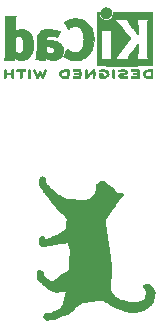
<source format=gbr>
G04 #@! TF.GenerationSoftware,KiCad,Pcbnew,5.99.0-unknown-df3fabf~86~ubuntu18.04.1*
G04 #@! TF.CreationDate,2019-10-25T18:59:48-04:00*
G04 #@! TF.ProjectId,current_calibration_board,63757272-656e-4745-9f63-616c69627261,rev?*
G04 #@! TF.SameCoordinates,Original*
G04 #@! TF.FileFunction,Legend,Bot*
G04 #@! TF.FilePolarity,Positive*
%FSLAX46Y46*%
G04 Gerber Fmt 4.6, Leading zero omitted, Abs format (unit mm)*
G04 Created by KiCad (PCBNEW 5.99.0-unknown-df3fabf~86~ubuntu18.04.1) date 2019-10-25 18:59:48*
%MOMM*%
%LPD*%
G04 APERTURE LIST*
%ADD10C,0.010000*%
G04 APERTURE END LIST*
G36*
X144476059Y-83043011D02*
G01*
X144476362Y-83190216D01*
X144476548Y-83354349D01*
X144476642Y-83536352D01*
X144476671Y-83737165D01*
X144476661Y-83957732D01*
X144476636Y-84198992D01*
X144476622Y-84461889D01*
X144476622Y-84504040D01*
X144476646Y-84764668D01*
X144476685Y-85003796D01*
X144476708Y-85222360D01*
X144476687Y-85421295D01*
X144476593Y-85601535D01*
X144476395Y-85764015D01*
X144476063Y-85909670D01*
X144475569Y-86039434D01*
X144474883Y-86154243D01*
X144473976Y-86255030D01*
X144472817Y-86342730D01*
X144471378Y-86418279D01*
X144469629Y-86482611D01*
X144467540Y-86536661D01*
X144465083Y-86581363D01*
X144462227Y-86617652D01*
X144458943Y-86646463D01*
X144455202Y-86668731D01*
X144450974Y-86685390D01*
X144446229Y-86697375D01*
X144440939Y-86705621D01*
X144435073Y-86711062D01*
X144428602Y-86714634D01*
X144421497Y-86717270D01*
X144413728Y-86719906D01*
X144405266Y-86723477D01*
X144400908Y-86725145D01*
X144392395Y-86727111D01*
X144379694Y-86728911D01*
X144361885Y-86730555D01*
X144338049Y-86732047D01*
X144307266Y-86733397D01*
X144268617Y-86734611D01*
X144221182Y-86735697D01*
X144164043Y-86736661D01*
X144096279Y-86737511D01*
X144016971Y-86738253D01*
X143925199Y-86738897D01*
X143820044Y-86739447D01*
X143700587Y-86739913D01*
X143565908Y-86740300D01*
X143415088Y-86740616D01*
X143247206Y-86740869D01*
X143061345Y-86741066D01*
X142856583Y-86741213D01*
X142632002Y-86741318D01*
X142386682Y-86741389D01*
X142119704Y-86741432D01*
X142081321Y-86741437D01*
X141815922Y-86741480D01*
X141572050Y-86741525D01*
X141348783Y-86741548D01*
X141145196Y-86741524D01*
X140960367Y-86741430D01*
X140793373Y-86741243D01*
X140643290Y-86740939D01*
X140509196Y-86740494D01*
X140390166Y-86739885D01*
X140285279Y-86739089D01*
X140193610Y-86738080D01*
X140114237Y-86736837D01*
X140046237Y-86735335D01*
X139988686Y-86733551D01*
X139940662Y-86731461D01*
X139901240Y-86729042D01*
X139869499Y-86726270D01*
X139844514Y-86723121D01*
X139825364Y-86719572D01*
X139811123Y-86715598D01*
X139800871Y-86711178D01*
X139793682Y-86706286D01*
X139788635Y-86700900D01*
X139784805Y-86694996D01*
X139781271Y-86688549D01*
X139777108Y-86681537D01*
X139776025Y-86679687D01*
X139773813Y-86674180D01*
X139771786Y-86665868D01*
X139769938Y-86653809D01*
X139768261Y-86637063D01*
X139766745Y-86614687D01*
X139765383Y-86585740D01*
X139764167Y-86549280D01*
X139763089Y-86504367D01*
X139762140Y-86450057D01*
X139761312Y-86385410D01*
X139760597Y-86309484D01*
X139759987Y-86221338D01*
X139759943Y-86212493D01*
X140051378Y-86212493D01*
X140055260Y-86213765D01*
X140078520Y-86215791D01*
X140120874Y-86217626D01*
X140180132Y-86219227D01*
X140254107Y-86220549D01*
X140340610Y-86221548D01*
X140437452Y-86222180D01*
X140542445Y-86222400D01*
X141240651Y-86222400D01*
X142395090Y-86222400D01*
X142394456Y-86146200D01*
X142395574Y-86104160D01*
X142401304Y-86068334D01*
X142413890Y-86030772D01*
X142435568Y-85982577D01*
X142438789Y-85975897D01*
X142464188Y-85926359D01*
X142490996Y-85878369D01*
X142513917Y-85841466D01*
X142518485Y-85834834D01*
X142540516Y-85803593D01*
X142572693Y-85758654D01*
X142613457Y-85702147D01*
X142661245Y-85636204D01*
X142714498Y-85562957D01*
X142771655Y-85484536D01*
X142831155Y-85403072D01*
X142891437Y-85320698D01*
X142950940Y-85239544D01*
X143008105Y-85161742D01*
X143061370Y-85089423D01*
X143109174Y-85024718D01*
X143149957Y-84969759D01*
X143182158Y-84926676D01*
X143204216Y-84897602D01*
X143214571Y-84884667D01*
X143219044Y-84880351D01*
X143223236Y-84878312D01*
X143226643Y-84880926D01*
X143229325Y-84889986D01*
X143231341Y-84907285D01*
X143232748Y-84934614D01*
X143233605Y-84973765D01*
X143233970Y-85026533D01*
X143233903Y-85094707D01*
X143233460Y-85180082D01*
X143232702Y-85284449D01*
X143231685Y-85409600D01*
X143231308Y-85454300D01*
X143230169Y-85575395D01*
X143228972Y-85676688D01*
X143227636Y-85760262D01*
X143226077Y-85828204D01*
X143224215Y-85882599D01*
X143221966Y-85925532D01*
X143219248Y-85959089D01*
X143215979Y-85985355D01*
X143212078Y-86006416D01*
X143207461Y-86024357D01*
X143199192Y-86050770D01*
X143175583Y-86112772D01*
X143149685Y-86165573D01*
X143124535Y-86202645D01*
X143123339Y-86204075D01*
X143121168Y-86208424D01*
X143123328Y-86212026D01*
X143131644Y-86214951D01*
X143147940Y-86217269D01*
X143174041Y-86219051D01*
X143211771Y-86220367D01*
X143262956Y-86221286D01*
X143329420Y-86221878D01*
X143412987Y-86222215D01*
X143515483Y-86222365D01*
X143638732Y-86222400D01*
X144170296Y-86222400D01*
X144131523Y-86164783D01*
X144125432Y-86155893D01*
X144114976Y-86141069D01*
X144105579Y-86127422D01*
X144097183Y-86113765D01*
X144089733Y-86098911D01*
X144083173Y-86081670D01*
X144077446Y-86060855D01*
X144072495Y-86035280D01*
X144068266Y-86003755D01*
X144064701Y-85965093D01*
X144061744Y-85918107D01*
X144059340Y-85861608D01*
X144057431Y-85794409D01*
X144055962Y-85715322D01*
X144054876Y-85623160D01*
X144054118Y-85516734D01*
X144053630Y-85394857D01*
X144053358Y-85256341D01*
X144053243Y-85099999D01*
X144053231Y-84924642D01*
X144053265Y-84729082D01*
X144053289Y-84512133D01*
X144053280Y-84389513D01*
X144053243Y-84184447D01*
X144053227Y-84000116D01*
X144053288Y-83835334D01*
X144053484Y-83688916D01*
X144053870Y-83559674D01*
X144054505Y-83446422D01*
X144055444Y-83347975D01*
X144056745Y-83263144D01*
X144058464Y-83190744D01*
X144060659Y-83129589D01*
X144063385Y-83078492D01*
X144066701Y-83036267D01*
X144070662Y-83001727D01*
X144075325Y-82973686D01*
X144080747Y-82950958D01*
X144086986Y-82932356D01*
X144094097Y-82916693D01*
X144102138Y-82902784D01*
X144111166Y-82889441D01*
X144121236Y-82875479D01*
X144132407Y-82859711D01*
X144172197Y-82801867D01*
X143112314Y-82801867D01*
X143150311Y-82864966D01*
X143164993Y-82890005D01*
X143179531Y-82917586D01*
X143191627Y-82945700D01*
X143201532Y-82976551D01*
X143209494Y-83012344D01*
X143215761Y-83055283D01*
X143220582Y-83107574D01*
X143224206Y-83171419D01*
X143226881Y-83249025D01*
X143228857Y-83342594D01*
X143230382Y-83454333D01*
X143231704Y-83586445D01*
X143232613Y-83706434D01*
X143233020Y-83823063D01*
X143232767Y-83918531D01*
X143231857Y-83992556D01*
X143230293Y-84044855D01*
X143228079Y-84075149D01*
X143225220Y-84083156D01*
X143222161Y-84079858D01*
X143204006Y-84058408D01*
X143174275Y-84021889D01*
X143134639Y-83972442D01*
X143086771Y-83912207D01*
X143032343Y-83843327D01*
X142973027Y-83767943D01*
X142910495Y-83688196D01*
X142846421Y-83606228D01*
X142782475Y-83524180D01*
X142720331Y-83444194D01*
X142661661Y-83368411D01*
X142608137Y-83298973D01*
X142561430Y-83238021D01*
X142523214Y-83187696D01*
X142495161Y-83150140D01*
X142478943Y-83127495D01*
X142433635Y-83055212D01*
X142393661Y-82975463D01*
X142372130Y-82907188D01*
X142368827Y-82849844D01*
X142374116Y-82801867D01*
X141242356Y-82802117D01*
X141281867Y-82832722D01*
X141291248Y-82840089D01*
X141354183Y-82894438D01*
X141422997Y-82962259D01*
X141499596Y-83045516D01*
X141585888Y-83146178D01*
X141603052Y-83166847D01*
X141643833Y-83216409D01*
X141693588Y-83277326D01*
X141750955Y-83347898D01*
X141814569Y-83426424D01*
X141883069Y-83511204D01*
X141955090Y-83600537D01*
X142029270Y-83692722D01*
X142044517Y-83711702D01*
X142104246Y-83786060D01*
X142178653Y-83878848D01*
X142251131Y-83969388D01*
X142320314Y-84055978D01*
X142384841Y-84136918D01*
X142443347Y-84210506D01*
X142494470Y-84275044D01*
X142536847Y-84328829D01*
X142569115Y-84370162D01*
X142589910Y-84397342D01*
X142597869Y-84408668D01*
X142596111Y-84412771D01*
X142583230Y-84433334D01*
X142558885Y-84469561D01*
X142524247Y-84519824D01*
X142480486Y-84582492D01*
X142428775Y-84655936D01*
X142370284Y-84738527D01*
X142306184Y-84828636D01*
X142237646Y-84924631D01*
X142165843Y-85024885D01*
X142091944Y-85127768D01*
X142017121Y-85231650D01*
X141942545Y-85334901D01*
X141869387Y-85435892D01*
X141798819Y-85532994D01*
X141732011Y-85624577D01*
X141670135Y-85709011D01*
X141614361Y-85784667D01*
X141565862Y-85849916D01*
X141525807Y-85903128D01*
X141495369Y-85942673D01*
X141474944Y-85968026D01*
X141428899Y-86022295D01*
X141378612Y-86078775D01*
X141331815Y-86128669D01*
X141240651Y-86222400D01*
X140542445Y-86222400D01*
X140611356Y-86222349D01*
X140709607Y-86222091D01*
X140799030Y-86221637D01*
X140877333Y-86221010D01*
X140942223Y-86220235D01*
X140991411Y-86219335D01*
X141022604Y-86218334D01*
X141033511Y-86217257D01*
X141032322Y-86214037D01*
X141022176Y-86196452D01*
X141005040Y-86170158D01*
X140996540Y-86157691D01*
X140987329Y-86143622D01*
X140979233Y-86129351D01*
X140972185Y-86113479D01*
X140966117Y-86094609D01*
X140960961Y-86071341D01*
X140956651Y-86042278D01*
X140953119Y-86006021D01*
X140950297Y-85961170D01*
X140948118Y-85906328D01*
X140946514Y-85840097D01*
X140945419Y-85761077D01*
X140944765Y-85667871D01*
X140944484Y-85559079D01*
X140944509Y-85433303D01*
X140944772Y-85289145D01*
X140945206Y-85125207D01*
X140945745Y-84940089D01*
X140946279Y-84761232D01*
X140946805Y-84602374D01*
X140947350Y-84463316D01*
X140947945Y-84342665D01*
X140948619Y-84239028D01*
X140949403Y-84151011D01*
X140950326Y-84077223D01*
X140951419Y-84016269D01*
X140952712Y-83966757D01*
X140954235Y-83927293D01*
X140956019Y-83896484D01*
X140958092Y-83872938D01*
X140960486Y-83855260D01*
X140963230Y-83842059D01*
X140966356Y-83831940D01*
X140969892Y-83823511D01*
X140973791Y-83815375D01*
X140993438Y-83778544D01*
X141012225Y-83748391D01*
X141013272Y-83746908D01*
X141027602Y-83724659D01*
X141033511Y-83711702D01*
X141032504Y-83711249D01*
X141015305Y-83709803D01*
X140978656Y-83708480D01*
X140924962Y-83707316D01*
X140856630Y-83706347D01*
X140776064Y-83705611D01*
X140685670Y-83705142D01*
X140587853Y-83704978D01*
X140142195Y-83704978D01*
X140139120Y-84881845D01*
X140136045Y-86058711D01*
X140109407Y-86117622D01*
X140097485Y-86142183D01*
X140080246Y-86172434D01*
X140067074Y-86189560D01*
X140059076Y-86197591D01*
X140051378Y-86212493D01*
X139759943Y-86212493D01*
X139759474Y-86120029D01*
X139759050Y-86004617D01*
X139758706Y-85874160D01*
X139758434Y-85727716D01*
X139758227Y-85564344D01*
X139758076Y-85383101D01*
X139757972Y-85183048D01*
X139757908Y-84963241D01*
X139757876Y-84722739D01*
X139757867Y-84460602D01*
X139757867Y-82269031D01*
X139796249Y-82230649D01*
X139823355Y-82206911D01*
X139850253Y-82195111D01*
X139886560Y-82192267D01*
X139938489Y-82192267D01*
X139938489Y-82280206D01*
X139940427Y-82330102D01*
X139959199Y-82440523D01*
X139996217Y-82541987D01*
X140049369Y-82633152D01*
X140116546Y-82712673D01*
X140195638Y-82779205D01*
X140284534Y-82831406D01*
X140381125Y-82867930D01*
X140483300Y-82887434D01*
X140588950Y-82888573D01*
X140695964Y-82870005D01*
X140802232Y-82830384D01*
X140899219Y-82772516D01*
X140984293Y-82697684D01*
X141053015Y-82609615D01*
X141103918Y-82510616D01*
X141135535Y-82402993D01*
X141146400Y-82289054D01*
X141146400Y-82192267D01*
X142766753Y-82192267D01*
X142977897Y-82192280D01*
X143182020Y-82192330D01*
X143365686Y-82192430D01*
X143529991Y-82192592D01*
X143676029Y-82192829D01*
X143804894Y-82193153D01*
X143917683Y-82193575D01*
X144015488Y-82194109D01*
X144099404Y-82194767D01*
X144170527Y-82195561D01*
X144229950Y-82196504D01*
X144278768Y-82197608D01*
X144318077Y-82198884D01*
X144348969Y-82200347D01*
X144372541Y-82202007D01*
X144389886Y-82203878D01*
X144402099Y-82205972D01*
X144410275Y-82208300D01*
X144415508Y-82210876D01*
X144421504Y-82214445D01*
X144428279Y-82217978D01*
X144434478Y-82221488D01*
X144440126Y-82225918D01*
X144445247Y-82232208D01*
X144449869Y-82241301D01*
X144454015Y-82254139D01*
X144457713Y-82271662D01*
X144460987Y-82294813D01*
X144463863Y-82324534D01*
X144466367Y-82361765D01*
X144468524Y-82407449D01*
X144470360Y-82462527D01*
X144471900Y-82527941D01*
X144473170Y-82604633D01*
X144474195Y-82693544D01*
X144475001Y-82795617D01*
X144475034Y-82801867D01*
X144475614Y-82911792D01*
X144476059Y-83043011D01*
G37*
D10*
X144476059Y-83043011D02*
X144476362Y-83190216D01*
X144476548Y-83354349D01*
X144476642Y-83536352D01*
X144476671Y-83737165D01*
X144476661Y-83957732D01*
X144476636Y-84198992D01*
X144476622Y-84461889D01*
X144476622Y-84504040D01*
X144476646Y-84764668D01*
X144476685Y-85003796D01*
X144476708Y-85222360D01*
X144476687Y-85421295D01*
X144476593Y-85601535D01*
X144476395Y-85764015D01*
X144476063Y-85909670D01*
X144475569Y-86039434D01*
X144474883Y-86154243D01*
X144473976Y-86255030D01*
X144472817Y-86342730D01*
X144471378Y-86418279D01*
X144469629Y-86482611D01*
X144467540Y-86536661D01*
X144465083Y-86581363D01*
X144462227Y-86617652D01*
X144458943Y-86646463D01*
X144455202Y-86668731D01*
X144450974Y-86685390D01*
X144446229Y-86697375D01*
X144440939Y-86705621D01*
X144435073Y-86711062D01*
X144428602Y-86714634D01*
X144421497Y-86717270D01*
X144413728Y-86719906D01*
X144405266Y-86723477D01*
X144400908Y-86725145D01*
X144392395Y-86727111D01*
X144379694Y-86728911D01*
X144361885Y-86730555D01*
X144338049Y-86732047D01*
X144307266Y-86733397D01*
X144268617Y-86734611D01*
X144221182Y-86735697D01*
X144164043Y-86736661D01*
X144096279Y-86737511D01*
X144016971Y-86738253D01*
X143925199Y-86738897D01*
X143820044Y-86739447D01*
X143700587Y-86739913D01*
X143565908Y-86740300D01*
X143415088Y-86740616D01*
X143247206Y-86740869D01*
X143061345Y-86741066D01*
X142856583Y-86741213D01*
X142632002Y-86741318D01*
X142386682Y-86741389D01*
X142119704Y-86741432D01*
X142081321Y-86741437D01*
X141815922Y-86741480D01*
X141572050Y-86741525D01*
X141348783Y-86741548D01*
X141145196Y-86741524D01*
X140960367Y-86741430D01*
X140793373Y-86741243D01*
X140643290Y-86740939D01*
X140509196Y-86740494D01*
X140390166Y-86739885D01*
X140285279Y-86739089D01*
X140193610Y-86738080D01*
X140114237Y-86736837D01*
X140046237Y-86735335D01*
X139988686Y-86733551D01*
X139940662Y-86731461D01*
X139901240Y-86729042D01*
X139869499Y-86726270D01*
X139844514Y-86723121D01*
X139825364Y-86719572D01*
X139811123Y-86715598D01*
X139800871Y-86711178D01*
X139793682Y-86706286D01*
X139788635Y-86700900D01*
X139784805Y-86694996D01*
X139781271Y-86688549D01*
X139777108Y-86681537D01*
X139776025Y-86679687D01*
X139773813Y-86674180D01*
X139771786Y-86665868D01*
X139769938Y-86653809D01*
X139768261Y-86637063D01*
X139766745Y-86614687D01*
X139765383Y-86585740D01*
X139764167Y-86549280D01*
X139763089Y-86504367D01*
X139762140Y-86450057D01*
X139761312Y-86385410D01*
X139760597Y-86309484D01*
X139759987Y-86221338D01*
X139759943Y-86212493D01*
X140051378Y-86212493D01*
X140055260Y-86213765D01*
X140078520Y-86215791D01*
X140120874Y-86217626D01*
X140180132Y-86219227D01*
X140254107Y-86220549D01*
X140340610Y-86221548D01*
X140437452Y-86222180D01*
X140542445Y-86222400D01*
X141240651Y-86222400D01*
X142395090Y-86222400D01*
X142394456Y-86146200D01*
X142395574Y-86104160D01*
X142401304Y-86068334D01*
X142413890Y-86030772D01*
X142435568Y-85982577D01*
X142438789Y-85975897D01*
X142464188Y-85926359D01*
X142490996Y-85878369D01*
X142513917Y-85841466D01*
X142518485Y-85834834D01*
X142540516Y-85803593D01*
X142572693Y-85758654D01*
X142613457Y-85702147D01*
X142661245Y-85636204D01*
X142714498Y-85562957D01*
X142771655Y-85484536D01*
X142831155Y-85403072D01*
X142891437Y-85320698D01*
X142950940Y-85239544D01*
X143008105Y-85161742D01*
X143061370Y-85089423D01*
X143109174Y-85024718D01*
X143149957Y-84969759D01*
X143182158Y-84926676D01*
X143204216Y-84897602D01*
X143214571Y-84884667D01*
X143219044Y-84880351D01*
X143223236Y-84878312D01*
X143226643Y-84880926D01*
X143229325Y-84889986D01*
X143231341Y-84907285D01*
X143232748Y-84934614D01*
X143233605Y-84973765D01*
X143233970Y-85026533D01*
X143233903Y-85094707D01*
X143233460Y-85180082D01*
X143232702Y-85284449D01*
X143231685Y-85409600D01*
X143231308Y-85454300D01*
X143230169Y-85575395D01*
X143228972Y-85676688D01*
X143227636Y-85760262D01*
X143226077Y-85828204D01*
X143224215Y-85882599D01*
X143221966Y-85925532D01*
X143219248Y-85959089D01*
X143215979Y-85985355D01*
X143212078Y-86006416D01*
X143207461Y-86024357D01*
X143199192Y-86050770D01*
X143175583Y-86112772D01*
X143149685Y-86165573D01*
X143124535Y-86202645D01*
X143123339Y-86204075D01*
X143121168Y-86208424D01*
X143123328Y-86212026D01*
X143131644Y-86214951D01*
X143147940Y-86217269D01*
X143174041Y-86219051D01*
X143211771Y-86220367D01*
X143262956Y-86221286D01*
X143329420Y-86221878D01*
X143412987Y-86222215D01*
X143515483Y-86222365D01*
X143638732Y-86222400D01*
X144170296Y-86222400D01*
X144131523Y-86164783D01*
X144125432Y-86155893D01*
X144114976Y-86141069D01*
X144105579Y-86127422D01*
X144097183Y-86113765D01*
X144089733Y-86098911D01*
X144083173Y-86081670D01*
X144077446Y-86060855D01*
X144072495Y-86035280D01*
X144068266Y-86003755D01*
X144064701Y-85965093D01*
X144061744Y-85918107D01*
X144059340Y-85861608D01*
X144057431Y-85794409D01*
X144055962Y-85715322D01*
X144054876Y-85623160D01*
X144054118Y-85516734D01*
X144053630Y-85394857D01*
X144053358Y-85256341D01*
X144053243Y-85099999D01*
X144053231Y-84924642D01*
X144053265Y-84729082D01*
X144053289Y-84512133D01*
X144053280Y-84389513D01*
X144053243Y-84184447D01*
X144053227Y-84000116D01*
X144053288Y-83835334D01*
X144053484Y-83688916D01*
X144053870Y-83559674D01*
X144054505Y-83446422D01*
X144055444Y-83347975D01*
X144056745Y-83263144D01*
X144058464Y-83190744D01*
X144060659Y-83129589D01*
X144063385Y-83078492D01*
X144066701Y-83036267D01*
X144070662Y-83001727D01*
X144075325Y-82973686D01*
X144080747Y-82950958D01*
X144086986Y-82932356D01*
X144094097Y-82916693D01*
X144102138Y-82902784D01*
X144111166Y-82889441D01*
X144121236Y-82875479D01*
X144132407Y-82859711D01*
X144172197Y-82801867D01*
X143112314Y-82801867D01*
X143150311Y-82864966D01*
X143164993Y-82890005D01*
X143179531Y-82917586D01*
X143191627Y-82945700D01*
X143201532Y-82976551D01*
X143209494Y-83012344D01*
X143215761Y-83055283D01*
X143220582Y-83107574D01*
X143224206Y-83171419D01*
X143226881Y-83249025D01*
X143228857Y-83342594D01*
X143230382Y-83454333D01*
X143231704Y-83586445D01*
X143232613Y-83706434D01*
X143233020Y-83823063D01*
X143232767Y-83918531D01*
X143231857Y-83992556D01*
X143230293Y-84044855D01*
X143228079Y-84075149D01*
X143225220Y-84083156D01*
X143222161Y-84079858D01*
X143204006Y-84058408D01*
X143174275Y-84021889D01*
X143134639Y-83972442D01*
X143086771Y-83912207D01*
X143032343Y-83843327D01*
X142973027Y-83767943D01*
X142910495Y-83688196D01*
X142846421Y-83606228D01*
X142782475Y-83524180D01*
X142720331Y-83444194D01*
X142661661Y-83368411D01*
X142608137Y-83298973D01*
X142561430Y-83238021D01*
X142523214Y-83187696D01*
X142495161Y-83150140D01*
X142478943Y-83127495D01*
X142433635Y-83055212D01*
X142393661Y-82975463D01*
X142372130Y-82907188D01*
X142368827Y-82849844D01*
X142374116Y-82801867D01*
X141242356Y-82802117D01*
X141281867Y-82832722D01*
X141291248Y-82840089D01*
X141354183Y-82894438D01*
X141422997Y-82962259D01*
X141499596Y-83045516D01*
X141585888Y-83146178D01*
X141603052Y-83166847D01*
X141643833Y-83216409D01*
X141693588Y-83277326D01*
X141750955Y-83347898D01*
X141814569Y-83426424D01*
X141883069Y-83511204D01*
X141955090Y-83600537D01*
X142029270Y-83692722D01*
X142044517Y-83711702D01*
X142104246Y-83786060D01*
X142178653Y-83878848D01*
X142251131Y-83969388D01*
X142320314Y-84055978D01*
X142384841Y-84136918D01*
X142443347Y-84210506D01*
X142494470Y-84275044D01*
X142536847Y-84328829D01*
X142569115Y-84370162D01*
X142589910Y-84397342D01*
X142597869Y-84408668D01*
X142596111Y-84412771D01*
X142583230Y-84433334D01*
X142558885Y-84469561D01*
X142524247Y-84519824D01*
X142480486Y-84582492D01*
X142428775Y-84655936D01*
X142370284Y-84738527D01*
X142306184Y-84828636D01*
X142237646Y-84924631D01*
X142165843Y-85024885D01*
X142091944Y-85127768D01*
X142017121Y-85231650D01*
X141942545Y-85334901D01*
X141869387Y-85435892D01*
X141798819Y-85532994D01*
X141732011Y-85624577D01*
X141670135Y-85709011D01*
X141614361Y-85784667D01*
X141565862Y-85849916D01*
X141525807Y-85903128D01*
X141495369Y-85942673D01*
X141474944Y-85968026D01*
X141428899Y-86022295D01*
X141378612Y-86078775D01*
X141331815Y-86128669D01*
X141240651Y-86222400D01*
X140542445Y-86222400D01*
X140611356Y-86222349D01*
X140709607Y-86222091D01*
X140799030Y-86221637D01*
X140877333Y-86221010D01*
X140942223Y-86220235D01*
X140991411Y-86219335D01*
X141022604Y-86218334D01*
X141033511Y-86217257D01*
X141032322Y-86214037D01*
X141022176Y-86196452D01*
X141005040Y-86170158D01*
X140996540Y-86157691D01*
X140987329Y-86143622D01*
X140979233Y-86129351D01*
X140972185Y-86113479D01*
X140966117Y-86094609D01*
X140960961Y-86071341D01*
X140956651Y-86042278D01*
X140953119Y-86006021D01*
X140950297Y-85961170D01*
X140948118Y-85906328D01*
X140946514Y-85840097D01*
X140945419Y-85761077D01*
X140944765Y-85667871D01*
X140944484Y-85559079D01*
X140944509Y-85433303D01*
X140944772Y-85289145D01*
X140945206Y-85125207D01*
X140945745Y-84940089D01*
X140946279Y-84761232D01*
X140946805Y-84602374D01*
X140947350Y-84463316D01*
X140947945Y-84342665D01*
X140948619Y-84239028D01*
X140949403Y-84151011D01*
X140950326Y-84077223D01*
X140951419Y-84016269D01*
X140952712Y-83966757D01*
X140954235Y-83927293D01*
X140956019Y-83896484D01*
X140958092Y-83872938D01*
X140960486Y-83855260D01*
X140963230Y-83842059D01*
X140966356Y-83831940D01*
X140969892Y-83823511D01*
X140973791Y-83815375D01*
X140993438Y-83778544D01*
X141012225Y-83748391D01*
X141013272Y-83746908D01*
X141027602Y-83724659D01*
X141033511Y-83711702D01*
X141032504Y-83711249D01*
X141015305Y-83709803D01*
X140978656Y-83708480D01*
X140924962Y-83707316D01*
X140856630Y-83706347D01*
X140776064Y-83705611D01*
X140685670Y-83705142D01*
X140587853Y-83704978D01*
X140142195Y-83704978D01*
X140139120Y-84881845D01*
X140136045Y-86058711D01*
X140109407Y-86117622D01*
X140097485Y-86142183D01*
X140080246Y-86172434D01*
X140067074Y-86189560D01*
X140059076Y-86197591D01*
X140051378Y-86212493D01*
X139759943Y-86212493D01*
X139759474Y-86120029D01*
X139759050Y-86004617D01*
X139758706Y-85874160D01*
X139758434Y-85727716D01*
X139758227Y-85564344D01*
X139758076Y-85383101D01*
X139757972Y-85183048D01*
X139757908Y-84963241D01*
X139757876Y-84722739D01*
X139757867Y-84460602D01*
X139757867Y-82269031D01*
X139796249Y-82230649D01*
X139823355Y-82206911D01*
X139850253Y-82195111D01*
X139886560Y-82192267D01*
X139938489Y-82192267D01*
X139938489Y-82280206D01*
X139940427Y-82330102D01*
X139959199Y-82440523D01*
X139996217Y-82541987D01*
X140049369Y-82633152D01*
X140116546Y-82712673D01*
X140195638Y-82779205D01*
X140284534Y-82831406D01*
X140381125Y-82867930D01*
X140483300Y-82887434D01*
X140588950Y-82888573D01*
X140695964Y-82870005D01*
X140802232Y-82830384D01*
X140899219Y-82772516D01*
X140984293Y-82697684D01*
X141053015Y-82609615D01*
X141103918Y-82510616D01*
X141135535Y-82402993D01*
X141146400Y-82289054D01*
X141146400Y-82192267D01*
X142766753Y-82192267D01*
X142977897Y-82192280D01*
X143182020Y-82192330D01*
X143365686Y-82192430D01*
X143529991Y-82192592D01*
X143676029Y-82192829D01*
X143804894Y-82193153D01*
X143917683Y-82193575D01*
X144015488Y-82194109D01*
X144099404Y-82194767D01*
X144170527Y-82195561D01*
X144229950Y-82196504D01*
X144278768Y-82197608D01*
X144318077Y-82198884D01*
X144348969Y-82200347D01*
X144372541Y-82202007D01*
X144389886Y-82203878D01*
X144402099Y-82205972D01*
X144410275Y-82208300D01*
X144415508Y-82210876D01*
X144421504Y-82214445D01*
X144428279Y-82217978D01*
X144434478Y-82221488D01*
X144440126Y-82225918D01*
X144445247Y-82232208D01*
X144449869Y-82241301D01*
X144454015Y-82254139D01*
X144457713Y-82271662D01*
X144460987Y-82294813D01*
X144463863Y-82324534D01*
X144466367Y-82361765D01*
X144468524Y-82407449D01*
X144470360Y-82462527D01*
X144471900Y-82527941D01*
X144473170Y-82604633D01*
X144474195Y-82693544D01*
X144475001Y-82795617D01*
X144475034Y-82801867D01*
X144475614Y-82911792D01*
X144476059Y-83043011D01*
G36*
X138188711Y-82762033D02*
G01*
X138284268Y-82779523D01*
X138448558Y-82824564D01*
X138602589Y-82887656D01*
X138748509Y-82969915D01*
X138888466Y-83072457D01*
X139024608Y-83196399D01*
X139068473Y-83241661D01*
X139180758Y-83373865D01*
X139273972Y-83511832D01*
X139350719Y-83659750D01*
X139413603Y-83821803D01*
X139417420Y-83833391D01*
X139467507Y-84019392D01*
X139500899Y-84215521D01*
X139517584Y-84417568D01*
X139517551Y-84621325D01*
X139500791Y-84822581D01*
X139467292Y-85017128D01*
X139417044Y-85200756D01*
X139373190Y-85318053D01*
X139295348Y-85480951D01*
X139201828Y-85634866D01*
X139094822Y-85776671D01*
X138976519Y-85903239D01*
X138849111Y-86011441D01*
X138771606Y-86064120D01*
X138644725Y-86133750D01*
X138507243Y-86192468D01*
X138365716Y-86237587D01*
X138226702Y-86266422D01*
X138212597Y-86268106D01*
X138169153Y-86271434D01*
X138111723Y-86274275D01*
X138046122Y-86276373D01*
X137978167Y-86277468D01*
X137851378Y-86275140D01*
X137703673Y-86262136D01*
X137565779Y-86237133D01*
X137432014Y-86199318D01*
X137408562Y-86190889D01*
X137360612Y-86171408D01*
X137304140Y-86146473D01*
X137242379Y-86117722D01*
X137178563Y-86086790D01*
X137115926Y-86055315D01*
X137057703Y-86024934D01*
X137007127Y-85997283D01*
X136967433Y-85973999D01*
X136941854Y-85956718D01*
X136933625Y-85947079D01*
X136935076Y-85943984D01*
X136946250Y-85924079D01*
X136967134Y-85888420D01*
X136996265Y-85839459D01*
X137032181Y-85779646D01*
X137073420Y-85711433D01*
X137118517Y-85637271D01*
X137299785Y-85340008D01*
X137346315Y-85384539D01*
X137437723Y-85462865D01*
X137551334Y-85537439D01*
X137669122Y-85591474D01*
X137789559Y-85624290D01*
X137911117Y-85635211D01*
X137952585Y-85633868D01*
X138070080Y-85615612D01*
X138180089Y-85576617D01*
X138281430Y-85517670D01*
X138372921Y-85439557D01*
X138453380Y-85343064D01*
X138521627Y-85228978D01*
X138537908Y-85194724D01*
X138583982Y-85071240D01*
X138619106Y-84932918D01*
X138643197Y-84783561D01*
X138656173Y-84626973D01*
X138657949Y-84466956D01*
X138648443Y-84307314D01*
X138627572Y-84151850D01*
X138595252Y-84004366D01*
X138551399Y-83868667D01*
X138513982Y-83782076D01*
X138449185Y-83668688D01*
X138373772Y-83575070D01*
X138287418Y-83500959D01*
X138189795Y-83446094D01*
X138080577Y-83410212D01*
X137959439Y-83393051D01*
X137890038Y-83391880D01*
X137767168Y-83406141D01*
X137651664Y-83441241D01*
X137544953Y-83496682D01*
X137448464Y-83571964D01*
X137432720Y-83586440D01*
X137402150Y-83612962D01*
X137379809Y-83630138D01*
X137369691Y-83634787D01*
X137367706Y-83632597D01*
X137353241Y-83613721D01*
X137329400Y-83580397D01*
X137298029Y-83535380D01*
X137260974Y-83481425D01*
X137220083Y-83421285D01*
X137177202Y-83357718D01*
X137134178Y-83293476D01*
X137092857Y-83231315D01*
X137055086Y-83173991D01*
X137022712Y-83124257D01*
X136997582Y-83084868D01*
X136981542Y-83058580D01*
X136976439Y-83048147D01*
X136981050Y-83043941D01*
X137000267Y-83038933D01*
X137009838Y-83036386D01*
X137037809Y-83025249D01*
X137079448Y-83006802D01*
X137130995Y-82982725D01*
X137188690Y-82954699D01*
X137199957Y-82949154D01*
X137377687Y-82869889D01*
X137547490Y-82810385D01*
X137711430Y-82770245D01*
X137871571Y-82749071D01*
X138029977Y-82746466D01*
X138188711Y-82762033D01*
G37*
X138188711Y-82762033D02*
X138284268Y-82779523D01*
X138448558Y-82824564D01*
X138602589Y-82887656D01*
X138748509Y-82969915D01*
X138888466Y-83072457D01*
X139024608Y-83196399D01*
X139068473Y-83241661D01*
X139180758Y-83373865D01*
X139273972Y-83511832D01*
X139350719Y-83659750D01*
X139413603Y-83821803D01*
X139417420Y-83833391D01*
X139467507Y-84019392D01*
X139500899Y-84215521D01*
X139517584Y-84417568D01*
X139517551Y-84621325D01*
X139500791Y-84822581D01*
X139467292Y-85017128D01*
X139417044Y-85200756D01*
X139373190Y-85318053D01*
X139295348Y-85480951D01*
X139201828Y-85634866D01*
X139094822Y-85776671D01*
X138976519Y-85903239D01*
X138849111Y-86011441D01*
X138771606Y-86064120D01*
X138644725Y-86133750D01*
X138507243Y-86192468D01*
X138365716Y-86237587D01*
X138226702Y-86266422D01*
X138212597Y-86268106D01*
X138169153Y-86271434D01*
X138111723Y-86274275D01*
X138046122Y-86276373D01*
X137978167Y-86277468D01*
X137851378Y-86275140D01*
X137703673Y-86262136D01*
X137565779Y-86237133D01*
X137432014Y-86199318D01*
X137408562Y-86190889D01*
X137360612Y-86171408D01*
X137304140Y-86146473D01*
X137242379Y-86117722D01*
X137178563Y-86086790D01*
X137115926Y-86055315D01*
X137057703Y-86024934D01*
X137007127Y-85997283D01*
X136967433Y-85973999D01*
X136941854Y-85956718D01*
X136933625Y-85947079D01*
X136935076Y-85943984D01*
X136946250Y-85924079D01*
X136967134Y-85888420D01*
X136996265Y-85839459D01*
X137032181Y-85779646D01*
X137073420Y-85711433D01*
X137118517Y-85637271D01*
X137299785Y-85340008D01*
X137346315Y-85384539D01*
X137437723Y-85462865D01*
X137551334Y-85537439D01*
X137669122Y-85591474D01*
X137789559Y-85624290D01*
X137911117Y-85635211D01*
X137952585Y-85633868D01*
X138070080Y-85615612D01*
X138180089Y-85576617D01*
X138281430Y-85517670D01*
X138372921Y-85439557D01*
X138453380Y-85343064D01*
X138521627Y-85228978D01*
X138537908Y-85194724D01*
X138583982Y-85071240D01*
X138619106Y-84932918D01*
X138643197Y-84783561D01*
X138656173Y-84626973D01*
X138657949Y-84466956D01*
X138648443Y-84307314D01*
X138627572Y-84151850D01*
X138595252Y-84004366D01*
X138551399Y-83868667D01*
X138513982Y-83782076D01*
X138449185Y-83668688D01*
X138373772Y-83575070D01*
X138287418Y-83500959D01*
X138189795Y-83446094D01*
X138080577Y-83410212D01*
X137959439Y-83393051D01*
X137890038Y-83391880D01*
X137767168Y-83406141D01*
X137651664Y-83441241D01*
X137544953Y-83496682D01*
X137448464Y-83571964D01*
X137432720Y-83586440D01*
X137402150Y-83612962D01*
X137379809Y-83630138D01*
X137369691Y-83634787D01*
X137367706Y-83632597D01*
X137353241Y-83613721D01*
X137329400Y-83580397D01*
X137298029Y-83535380D01*
X137260974Y-83481425D01*
X137220083Y-83421285D01*
X137177202Y-83357718D01*
X137134178Y-83293476D01*
X137092857Y-83231315D01*
X137055086Y-83173991D01*
X137022712Y-83124257D01*
X136997582Y-83084868D01*
X136981542Y-83058580D01*
X136976439Y-83048147D01*
X136981050Y-83043941D01*
X137000267Y-83038933D01*
X137009838Y-83036386D01*
X137037809Y-83025249D01*
X137079448Y-83006802D01*
X137130995Y-82982725D01*
X137188690Y-82954699D01*
X137199957Y-82949154D01*
X137377687Y-82869889D01*
X137547490Y-82810385D01*
X137711430Y-82770245D01*
X137871571Y-82749071D01*
X138029977Y-82746466D01*
X138188711Y-82762033D01*
G36*
X136927261Y-85477363D02*
G01*
X136923632Y-85552202D01*
X136916022Y-85614401D01*
X136903688Y-85670984D01*
X136859313Y-85797076D01*
X136796400Y-85911679D01*
X136716238Y-86012568D01*
X136619740Y-86098924D01*
X136507822Y-86169932D01*
X136381397Y-86224776D01*
X136241378Y-86262638D01*
X136205149Y-86268351D01*
X136126155Y-86274313D01*
X136037841Y-86274646D01*
X135948075Y-86269659D01*
X135864722Y-86259666D01*
X135795651Y-86244978D01*
X135709187Y-86214749D01*
X135599286Y-86160057D01*
X135501956Y-86092543D01*
X135439867Y-86041556D01*
X135436605Y-86137622D01*
X135433343Y-86233689D01*
X135010450Y-86233689D01*
X134999543Y-86233686D01*
X134905056Y-86233380D01*
X134818331Y-86232616D01*
X134741837Y-86231451D01*
X134678043Y-86229942D01*
X134629418Y-86228147D01*
X134598433Y-86226121D01*
X134587556Y-86223922D01*
X134587578Y-86223463D01*
X134594614Y-86207910D01*
X134610434Y-86185071D01*
X134614734Y-86179638D01*
X134625777Y-86165606D01*
X134635311Y-86152186D01*
X134643461Y-86137722D01*
X134650352Y-86120556D01*
X134656111Y-86099034D01*
X134660862Y-86071498D01*
X134664731Y-86036292D01*
X134667844Y-85991760D01*
X134670325Y-85936246D01*
X134672300Y-85868093D01*
X134673894Y-85785645D01*
X134675234Y-85687246D01*
X134676444Y-85571239D01*
X134677649Y-85435968D01*
X134678594Y-85324586D01*
X135479378Y-85324586D01*
X135479378Y-85520462D01*
X135524048Y-85576973D01*
X135536785Y-85592212D01*
X135583604Y-85634844D01*
X135644255Y-85670672D01*
X135654897Y-85675850D01*
X135693676Y-85692745D01*
X135728692Y-85702909D01*
X135768722Y-85708325D01*
X135822541Y-85710978D01*
X135840648Y-85711383D01*
X135916011Y-85708540D01*
X135976743Y-85696620D01*
X136028452Y-85674037D01*
X136076746Y-85639211D01*
X136081803Y-85634798D01*
X136130272Y-85579160D01*
X136158459Y-85515333D01*
X136167752Y-85440282D01*
X136160520Y-85368693D01*
X136135796Y-85305645D01*
X136091249Y-85247758D01*
X136036319Y-85200808D01*
X135963894Y-85160961D01*
X135877340Y-85133263D01*
X135774670Y-85117096D01*
X135653894Y-85111842D01*
X135645007Y-85111857D01*
X135589660Y-85112655D01*
X135542736Y-85114488D01*
X135508953Y-85117111D01*
X135493028Y-85120274D01*
X135488943Y-85126741D01*
X135484572Y-85148875D01*
X135481604Y-85187988D01*
X135479914Y-85245939D01*
X135479378Y-85324586D01*
X134678594Y-85324586D01*
X134678975Y-85279778D01*
X134680228Y-85137012D01*
X134681651Y-84991942D01*
X134683176Y-84866027D01*
X134684933Y-84757436D01*
X134687051Y-84664334D01*
X134689660Y-84584891D01*
X134692890Y-84517273D01*
X134696869Y-84459649D01*
X134701728Y-84410185D01*
X134707597Y-84367050D01*
X134714604Y-84328410D01*
X134722880Y-84292434D01*
X134732554Y-84257289D01*
X134743756Y-84221142D01*
X134756616Y-84182161D01*
X134772090Y-84139091D01*
X134814994Y-84046871D01*
X134868735Y-83967099D01*
X134937576Y-83892965D01*
X135015185Y-83829405D01*
X135119761Y-83767725D01*
X135239244Y-83720202D01*
X135374508Y-83686567D01*
X135526426Y-83666552D01*
X135695872Y-83659889D01*
X135753890Y-83660287D01*
X135819398Y-83662335D01*
X135880693Y-83666704D01*
X135942097Y-83674035D01*
X136007932Y-83684969D01*
X136082520Y-83700147D01*
X136170184Y-83720209D01*
X136275245Y-83745797D01*
X136303806Y-83752820D01*
X136379054Y-83770776D01*
X136449388Y-83786820D01*
X136510567Y-83800028D01*
X136558354Y-83809474D01*
X136588511Y-83814231D01*
X136616783Y-83817910D01*
X136643060Y-83823187D01*
X136653059Y-83827942D01*
X136649952Y-83836781D01*
X136639194Y-83864072D01*
X136621864Y-83906906D01*
X136599126Y-83962425D01*
X136572147Y-84027772D01*
X136542090Y-84100089D01*
X136535493Y-84115879D01*
X136496907Y-84206484D01*
X136465768Y-84276217D01*
X136441917Y-84325405D01*
X136425198Y-84354374D01*
X136415454Y-84363452D01*
X136407766Y-84361405D01*
X136381415Y-84351760D01*
X136342982Y-84336190D01*
X136297822Y-84316815D01*
X136203293Y-84278814D01*
X136066480Y-84237780D01*
X135925289Y-84212612D01*
X135887314Y-84208611D01*
X135784059Y-84206447D01*
X135696952Y-84219622D01*
X135625129Y-84248756D01*
X135567731Y-84294466D01*
X135523896Y-84357372D01*
X135492762Y-84438092D01*
X135473470Y-84537245D01*
X135466050Y-84596224D01*
X135627936Y-84589445D01*
X135754495Y-84587813D01*
X135905951Y-84594194D01*
X136054396Y-84608777D01*
X136190578Y-84630882D01*
X136255245Y-84645821D01*
X136387490Y-84688741D01*
X136509762Y-84745340D01*
X136619685Y-84814017D01*
X136714883Y-84893170D01*
X136792980Y-84981196D01*
X136851599Y-85076493D01*
X136875595Y-85128864D01*
X136901232Y-85199590D01*
X136917478Y-85270812D01*
X136925822Y-85349712D01*
X136927690Y-85440282D01*
X136927755Y-85443467D01*
X136927261Y-85477363D01*
G37*
X136927261Y-85477363D02*
X136923632Y-85552202D01*
X136916022Y-85614401D01*
X136903688Y-85670984D01*
X136859313Y-85797076D01*
X136796400Y-85911679D01*
X136716238Y-86012568D01*
X136619740Y-86098924D01*
X136507822Y-86169932D01*
X136381397Y-86224776D01*
X136241378Y-86262638D01*
X136205149Y-86268351D01*
X136126155Y-86274313D01*
X136037841Y-86274646D01*
X135948075Y-86269659D01*
X135864722Y-86259666D01*
X135795651Y-86244978D01*
X135709187Y-86214749D01*
X135599286Y-86160057D01*
X135501956Y-86092543D01*
X135439867Y-86041556D01*
X135436605Y-86137622D01*
X135433343Y-86233689D01*
X135010450Y-86233689D01*
X134999543Y-86233686D01*
X134905056Y-86233380D01*
X134818331Y-86232616D01*
X134741837Y-86231451D01*
X134678043Y-86229942D01*
X134629418Y-86228147D01*
X134598433Y-86226121D01*
X134587556Y-86223922D01*
X134587578Y-86223463D01*
X134594614Y-86207910D01*
X134610434Y-86185071D01*
X134614734Y-86179638D01*
X134625777Y-86165606D01*
X134635311Y-86152186D01*
X134643461Y-86137722D01*
X134650352Y-86120556D01*
X134656111Y-86099034D01*
X134660862Y-86071498D01*
X134664731Y-86036292D01*
X134667844Y-85991760D01*
X134670325Y-85936246D01*
X134672300Y-85868093D01*
X134673894Y-85785645D01*
X134675234Y-85687246D01*
X134676444Y-85571239D01*
X134677649Y-85435968D01*
X134678594Y-85324586D01*
X135479378Y-85324586D01*
X135479378Y-85520462D01*
X135524048Y-85576973D01*
X135536785Y-85592212D01*
X135583604Y-85634844D01*
X135644255Y-85670672D01*
X135654897Y-85675850D01*
X135693676Y-85692745D01*
X135728692Y-85702909D01*
X135768722Y-85708325D01*
X135822541Y-85710978D01*
X135840648Y-85711383D01*
X135916011Y-85708540D01*
X135976743Y-85696620D01*
X136028452Y-85674037D01*
X136076746Y-85639211D01*
X136081803Y-85634798D01*
X136130272Y-85579160D01*
X136158459Y-85515333D01*
X136167752Y-85440282D01*
X136160520Y-85368693D01*
X136135796Y-85305645D01*
X136091249Y-85247758D01*
X136036319Y-85200808D01*
X135963894Y-85160961D01*
X135877340Y-85133263D01*
X135774670Y-85117096D01*
X135653894Y-85111842D01*
X135645007Y-85111857D01*
X135589660Y-85112655D01*
X135542736Y-85114488D01*
X135508953Y-85117111D01*
X135493028Y-85120274D01*
X135488943Y-85126741D01*
X135484572Y-85148875D01*
X135481604Y-85187988D01*
X135479914Y-85245939D01*
X135479378Y-85324586D01*
X134678594Y-85324586D01*
X134678975Y-85279778D01*
X134680228Y-85137012D01*
X134681651Y-84991942D01*
X134683176Y-84866027D01*
X134684933Y-84757436D01*
X134687051Y-84664334D01*
X134689660Y-84584891D01*
X134692890Y-84517273D01*
X134696869Y-84459649D01*
X134701728Y-84410185D01*
X134707597Y-84367050D01*
X134714604Y-84328410D01*
X134722880Y-84292434D01*
X134732554Y-84257289D01*
X134743756Y-84221142D01*
X134756616Y-84182161D01*
X134772090Y-84139091D01*
X134814994Y-84046871D01*
X134868735Y-83967099D01*
X134937576Y-83892965D01*
X135015185Y-83829405D01*
X135119761Y-83767725D01*
X135239244Y-83720202D01*
X135374508Y-83686567D01*
X135526426Y-83666552D01*
X135695872Y-83659889D01*
X135753890Y-83660287D01*
X135819398Y-83662335D01*
X135880693Y-83666704D01*
X135942097Y-83674035D01*
X136007932Y-83684969D01*
X136082520Y-83700147D01*
X136170184Y-83720209D01*
X136275245Y-83745797D01*
X136303806Y-83752820D01*
X136379054Y-83770776D01*
X136449388Y-83786820D01*
X136510567Y-83800028D01*
X136558354Y-83809474D01*
X136588511Y-83814231D01*
X136616783Y-83817910D01*
X136643060Y-83823187D01*
X136653059Y-83827942D01*
X136649952Y-83836781D01*
X136639194Y-83864072D01*
X136621864Y-83906906D01*
X136599126Y-83962425D01*
X136572147Y-84027772D01*
X136542090Y-84100089D01*
X136535493Y-84115879D01*
X136496907Y-84206484D01*
X136465768Y-84276217D01*
X136441917Y-84325405D01*
X136425198Y-84354374D01*
X136415454Y-84363452D01*
X136407766Y-84361405D01*
X136381415Y-84351760D01*
X136342982Y-84336190D01*
X136297822Y-84316815D01*
X136203293Y-84278814D01*
X136066480Y-84237780D01*
X135925289Y-84212612D01*
X135887314Y-84208611D01*
X135784059Y-84206447D01*
X135696952Y-84219622D01*
X135625129Y-84248756D01*
X135567731Y-84294466D01*
X135523896Y-84357372D01*
X135492762Y-84438092D01*
X135473470Y-84537245D01*
X135466050Y-84596224D01*
X135627936Y-84589445D01*
X135754495Y-84587813D01*
X135905951Y-84594194D01*
X136054396Y-84608777D01*
X136190578Y-84630882D01*
X136255245Y-84645821D01*
X136387490Y-84688741D01*
X136509762Y-84745340D01*
X136619685Y-84814017D01*
X136714883Y-84893170D01*
X136792980Y-84981196D01*
X136851599Y-85076493D01*
X136875595Y-85128864D01*
X136901232Y-85199590D01*
X136917478Y-85270812D01*
X136925822Y-85349712D01*
X136927690Y-85440282D01*
X136927755Y-85443467D01*
X136927261Y-85477363D01*
G36*
X134385268Y-85120158D02*
G01*
X134376689Y-85271594D01*
X134357833Y-85408283D01*
X134327837Y-85534276D01*
X134285836Y-85653625D01*
X134230969Y-85770381D01*
X134164167Y-85881179D01*
X134073363Y-85994739D01*
X133969708Y-86090211D01*
X133853887Y-86167073D01*
X133726586Y-86224797D01*
X133588489Y-86262858D01*
X133550793Y-86268666D01*
X133471752Y-86274396D01*
X133383629Y-86274583D01*
X133294236Y-86269539D01*
X133211384Y-86259578D01*
X133142887Y-86245012D01*
X133112035Y-86235364D01*
X133034730Y-86205123D01*
X132957679Y-86167617D01*
X132888200Y-86126614D01*
X132833615Y-86085879D01*
X132810916Y-86066505D01*
X132788201Y-86048662D01*
X132776779Y-86041778D01*
X132775537Y-86043424D01*
X132772728Y-86061205D01*
X132770776Y-86094370D01*
X132770045Y-86137733D01*
X132770045Y-86233689D01*
X131911896Y-86233689D01*
X131946161Y-86172974D01*
X131951355Y-86163868D01*
X131959715Y-86149249D01*
X131967288Y-86135173D01*
X131974112Y-86120540D01*
X131980227Y-86104249D01*
X131985673Y-86085198D01*
X131990487Y-86062286D01*
X131994708Y-86034413D01*
X131998377Y-86000478D01*
X132001531Y-85959379D01*
X132004211Y-85910015D01*
X132006454Y-85851286D01*
X132008299Y-85782090D01*
X132009787Y-85701326D01*
X132010955Y-85607894D01*
X132011844Y-85500692D01*
X132012491Y-85378620D01*
X132012936Y-85240576D01*
X132013218Y-85085459D01*
X132013375Y-84912168D01*
X132013448Y-84719603D01*
X132013474Y-84506662D01*
X132013485Y-84370530D01*
X132815200Y-84370530D01*
X132815200Y-85520721D01*
X132885756Y-85567089D01*
X132926417Y-85590791D01*
X132980546Y-85616639D01*
X133029689Y-85634829D01*
X133093165Y-85650551D01*
X133189331Y-85661541D01*
X133273900Y-85653365D01*
X133347219Y-85625805D01*
X133409637Y-85578642D01*
X133461502Y-85511658D01*
X133503160Y-85424633D01*
X133534962Y-85317350D01*
X133537545Y-85305009D01*
X133546000Y-85243772D01*
X133551663Y-85166692D01*
X133554576Y-85079002D01*
X133554783Y-84985934D01*
X133552330Y-84892720D01*
X133547261Y-84804594D01*
X133539619Y-84726788D01*
X133529448Y-84664533D01*
X133528167Y-84658666D01*
X133499126Y-84548121D01*
X133464610Y-84457575D01*
X133423456Y-84384953D01*
X133374499Y-84328181D01*
X133316574Y-84285184D01*
X133284620Y-84269615D01*
X133211784Y-84250722D01*
X133130443Y-84247465D01*
X133045319Y-84259389D01*
X132961133Y-84286040D01*
X132882608Y-84326962D01*
X132815200Y-84370530D01*
X132013485Y-84370530D01*
X132013493Y-84272245D01*
X132013689Y-82587378D01*
X132919017Y-82587378D01*
X132894585Y-82624067D01*
X132888318Y-82633647D01*
X132862208Y-82679981D01*
X132844469Y-82727102D01*
X132832908Y-82782251D01*
X132825331Y-82852667D01*
X132824839Y-82859650D01*
X132823062Y-82897641D01*
X132821444Y-82951576D01*
X132819999Y-83018703D01*
X132818740Y-83096271D01*
X132817680Y-83181528D01*
X132816829Y-83271724D01*
X132816203Y-83364107D01*
X132815812Y-83455925D01*
X132815670Y-83544427D01*
X132815790Y-83626862D01*
X132816183Y-83700479D01*
X132816862Y-83762526D01*
X132817841Y-83810251D01*
X132819132Y-83840904D01*
X132820747Y-83851733D01*
X132828957Y-83847333D01*
X132850647Y-83832362D01*
X132880014Y-83810448D01*
X132928879Y-83776236D01*
X133017125Y-83729714D01*
X133115916Y-83696046D01*
X133228510Y-83674231D01*
X133358164Y-83663265D01*
X133450670Y-83662219D01*
X133572011Y-83672014D01*
X133682099Y-83696174D01*
X133785389Y-83735785D01*
X133886338Y-83791932D01*
X133931503Y-83822883D01*
X134036911Y-83914115D01*
X134128538Y-84023106D01*
X134206332Y-84149726D01*
X134270241Y-84293845D01*
X134320214Y-84455332D01*
X134356198Y-84634059D01*
X134378143Y-84829895D01*
X134383900Y-84985934D01*
X134385994Y-85042711D01*
X134385268Y-85120158D01*
G37*
X134385268Y-85120158D02*
X134376689Y-85271594D01*
X134357833Y-85408283D01*
X134327837Y-85534276D01*
X134285836Y-85653625D01*
X134230969Y-85770381D01*
X134164167Y-85881179D01*
X134073363Y-85994739D01*
X133969708Y-86090211D01*
X133853887Y-86167073D01*
X133726586Y-86224797D01*
X133588489Y-86262858D01*
X133550793Y-86268666D01*
X133471752Y-86274396D01*
X133383629Y-86274583D01*
X133294236Y-86269539D01*
X133211384Y-86259578D01*
X133142887Y-86245012D01*
X133112035Y-86235364D01*
X133034730Y-86205123D01*
X132957679Y-86167617D01*
X132888200Y-86126614D01*
X132833615Y-86085879D01*
X132810916Y-86066505D01*
X132788201Y-86048662D01*
X132776779Y-86041778D01*
X132775537Y-86043424D01*
X132772728Y-86061205D01*
X132770776Y-86094370D01*
X132770045Y-86137733D01*
X132770045Y-86233689D01*
X131911896Y-86233689D01*
X131946161Y-86172974D01*
X131951355Y-86163868D01*
X131959715Y-86149249D01*
X131967288Y-86135173D01*
X131974112Y-86120540D01*
X131980227Y-86104249D01*
X131985673Y-86085198D01*
X131990487Y-86062286D01*
X131994708Y-86034413D01*
X131998377Y-86000478D01*
X132001531Y-85959379D01*
X132004211Y-85910015D01*
X132006454Y-85851286D01*
X132008299Y-85782090D01*
X132009787Y-85701326D01*
X132010955Y-85607894D01*
X132011844Y-85500692D01*
X132012491Y-85378620D01*
X132012936Y-85240576D01*
X132013218Y-85085459D01*
X132013375Y-84912168D01*
X132013448Y-84719603D01*
X132013474Y-84506662D01*
X132013485Y-84370530D01*
X132815200Y-84370530D01*
X132815200Y-85520721D01*
X132885756Y-85567089D01*
X132926417Y-85590791D01*
X132980546Y-85616639D01*
X133029689Y-85634829D01*
X133093165Y-85650551D01*
X133189331Y-85661541D01*
X133273900Y-85653365D01*
X133347219Y-85625805D01*
X133409637Y-85578642D01*
X133461502Y-85511658D01*
X133503160Y-85424633D01*
X133534962Y-85317350D01*
X133537545Y-85305009D01*
X133546000Y-85243772D01*
X133551663Y-85166692D01*
X133554576Y-85079002D01*
X133554783Y-84985934D01*
X133552330Y-84892720D01*
X133547261Y-84804594D01*
X133539619Y-84726788D01*
X133529448Y-84664533D01*
X133528167Y-84658666D01*
X133499126Y-84548121D01*
X133464610Y-84457575D01*
X133423456Y-84384953D01*
X133374499Y-84328181D01*
X133316574Y-84285184D01*
X133284620Y-84269615D01*
X133211784Y-84250722D01*
X133130443Y-84247465D01*
X133045319Y-84259389D01*
X132961133Y-84286040D01*
X132882608Y-84326962D01*
X132815200Y-84370530D01*
X132013485Y-84370530D01*
X132013493Y-84272245D01*
X132013689Y-82587378D01*
X132919017Y-82587378D01*
X132894585Y-82624067D01*
X132888318Y-82633647D01*
X132862208Y-82679981D01*
X132844469Y-82727102D01*
X132832908Y-82782251D01*
X132825331Y-82852667D01*
X132824839Y-82859650D01*
X132823062Y-82897641D01*
X132821444Y-82951576D01*
X132819999Y-83018703D01*
X132818740Y-83096271D01*
X132817680Y-83181528D01*
X132816829Y-83271724D01*
X132816203Y-83364107D01*
X132815812Y-83455925D01*
X132815670Y-83544427D01*
X132815790Y-83626862D01*
X132816183Y-83700479D01*
X132816862Y-83762526D01*
X132817841Y-83810251D01*
X132819132Y-83840904D01*
X132820747Y-83851733D01*
X132828957Y-83847333D01*
X132850647Y-83832362D01*
X132880014Y-83810448D01*
X132928879Y-83776236D01*
X133017125Y-83729714D01*
X133115916Y-83696046D01*
X133228510Y-83674231D01*
X133358164Y-83663265D01*
X133450670Y-83662219D01*
X133572011Y-83672014D01*
X133682099Y-83696174D01*
X133785389Y-83735785D01*
X133886338Y-83791932D01*
X133931503Y-83822883D01*
X134036911Y-83914115D01*
X134128538Y-84023106D01*
X134206332Y-84149726D01*
X134270241Y-84293845D01*
X134320214Y-84455332D01*
X134356198Y-84634059D01*
X134378143Y-84829895D01*
X134383900Y-84985934D01*
X134385994Y-85042711D01*
X134385268Y-85120158D01*
G36*
X140654562Y-81832850D02*
G01*
X140737313Y-81860053D01*
X140812406Y-81905484D01*
X140884298Y-81971302D01*
X140922846Y-82015567D01*
X140962256Y-82073961D01*
X140987446Y-82134586D01*
X141000861Y-82203865D01*
X141004948Y-82288222D01*
X141004669Y-82334307D01*
X141002460Y-82375450D01*
X140996894Y-82407582D01*
X140986586Y-82438122D01*
X140970148Y-82474489D01*
X140956200Y-82501728D01*
X140897665Y-82587429D01*
X140825619Y-82656617D01*
X140741947Y-82707741D01*
X140648531Y-82739250D01*
X140615434Y-82746225D01*
X140574960Y-82753094D01*
X140541999Y-82754919D01*
X140507698Y-82751947D01*
X140463200Y-82744426D01*
X140411934Y-82732002D01*
X140321434Y-82694112D01*
X140242345Y-82639836D01*
X140176528Y-82571770D01*
X140125840Y-82492511D01*
X140092140Y-82404654D01*
X140077286Y-82310795D01*
X140083136Y-82213530D01*
X140109399Y-82117220D01*
X140154418Y-82028494D01*
X140215373Y-81953419D01*
X140290184Y-81893641D01*
X140376768Y-81850809D01*
X140473043Y-81826571D01*
X140576928Y-81822576D01*
X140654562Y-81832850D01*
G37*
X140654562Y-81832850D02*
X140737313Y-81860053D01*
X140812406Y-81905484D01*
X140884298Y-81971302D01*
X140922846Y-82015567D01*
X140962256Y-82073961D01*
X140987446Y-82134586D01*
X141000861Y-82203865D01*
X141004948Y-82288222D01*
X141004669Y-82334307D01*
X141002460Y-82375450D01*
X140996894Y-82407582D01*
X140986586Y-82438122D01*
X140970148Y-82474489D01*
X140956200Y-82501728D01*
X140897665Y-82587429D01*
X140825619Y-82656617D01*
X140741947Y-82707741D01*
X140648531Y-82739250D01*
X140615434Y-82746225D01*
X140574960Y-82753094D01*
X140541999Y-82754919D01*
X140507698Y-82751947D01*
X140463200Y-82744426D01*
X140411934Y-82732002D01*
X140321434Y-82694112D01*
X140242345Y-82639836D01*
X140176528Y-82571770D01*
X140125840Y-82492511D01*
X140092140Y-82404654D01*
X140077286Y-82310795D01*
X140083136Y-82213530D01*
X140109399Y-82117220D01*
X140154418Y-82028494D01*
X140215373Y-81953419D01*
X140290184Y-81893641D01*
X140376768Y-81850809D01*
X140473043Y-81826571D01*
X140576928Y-81822576D01*
X140654562Y-81832850D01*
G36*
X144476870Y-87335041D02*
G01*
X144476622Y-87435956D01*
X144476583Y-87511617D01*
X144476328Y-87589526D01*
X144475684Y-87649536D01*
X144474480Y-87694264D01*
X144472543Y-87726326D01*
X144469703Y-87748340D01*
X144465788Y-87762924D01*
X144460626Y-87772694D01*
X144454045Y-87780267D01*
X144447077Y-87786501D01*
X144434079Y-87793801D01*
X144414931Y-87798554D01*
X144385528Y-87801292D01*
X144341762Y-87802545D01*
X144279528Y-87802845D01*
X144230582Y-87802469D01*
X144123722Y-87798041D01*
X144034494Y-87787953D01*
X143959696Y-87771365D01*
X143896125Y-87747435D01*
X143840579Y-87715321D01*
X143789854Y-87674182D01*
X143783866Y-87668330D01*
X143746999Y-87619821D01*
X143715899Y-87559013D01*
X143694417Y-87494769D01*
X143689136Y-87456026D01*
X143836353Y-87456026D01*
X143854635Y-87506961D01*
X143884305Y-87552878D01*
X143931002Y-87595287D01*
X143992392Y-87625090D01*
X144071538Y-87644226D01*
X144073028Y-87644464D01*
X144121999Y-87650256D01*
X144180693Y-87654396D01*
X144236734Y-87656004D01*
X144329867Y-87656089D01*
X144329867Y-87215822D01*
X144253667Y-87215808D01*
X144250639Y-87215817D01*
X144199519Y-87217782D01*
X144139416Y-87222507D01*
X144082708Y-87229035D01*
X144032750Y-87238331D01*
X143957998Y-87264600D01*
X143900489Y-87303899D01*
X143858988Y-87356933D01*
X143837771Y-87408200D01*
X143836353Y-87456026D01*
X143689136Y-87456026D01*
X143686400Y-87435956D01*
X143687679Y-87414739D01*
X143699991Y-87357323D01*
X143722520Y-87297413D01*
X143751750Y-87243363D01*
X143784167Y-87203532D01*
X143803708Y-87186510D01*
X143858420Y-87147322D01*
X143918723Y-87117193D01*
X143987919Y-87095232D01*
X144069311Y-87080550D01*
X144166200Y-87072259D01*
X144281889Y-87069467D01*
X144321371Y-87069066D01*
X144367082Y-87068653D01*
X144402883Y-87070457D01*
X144429974Y-87076739D01*
X144449556Y-87089759D01*
X144462830Y-87111778D01*
X144470998Y-87145055D01*
X144475260Y-87191851D01*
X144475857Y-87215822D01*
X144476817Y-87254427D01*
X144476870Y-87335041D01*
G37*
X144476870Y-87335041D02*
X144476622Y-87435956D01*
X144476583Y-87511617D01*
X144476328Y-87589526D01*
X144475684Y-87649536D01*
X144474480Y-87694264D01*
X144472543Y-87726326D01*
X144469703Y-87748340D01*
X144465788Y-87762924D01*
X144460626Y-87772694D01*
X144454045Y-87780267D01*
X144447077Y-87786501D01*
X144434079Y-87793801D01*
X144414931Y-87798554D01*
X144385528Y-87801292D01*
X144341762Y-87802545D01*
X144279528Y-87802845D01*
X144230582Y-87802469D01*
X144123722Y-87798041D01*
X144034494Y-87787953D01*
X143959696Y-87771365D01*
X143896125Y-87747435D01*
X143840579Y-87715321D01*
X143789854Y-87674182D01*
X143783866Y-87668330D01*
X143746999Y-87619821D01*
X143715899Y-87559013D01*
X143694417Y-87494769D01*
X143689136Y-87456026D01*
X143836353Y-87456026D01*
X143854635Y-87506961D01*
X143884305Y-87552878D01*
X143931002Y-87595287D01*
X143992392Y-87625090D01*
X144071538Y-87644226D01*
X144073028Y-87644464D01*
X144121999Y-87650256D01*
X144180693Y-87654396D01*
X144236734Y-87656004D01*
X144329867Y-87656089D01*
X144329867Y-87215822D01*
X144253667Y-87215808D01*
X144250639Y-87215817D01*
X144199519Y-87217782D01*
X144139416Y-87222507D01*
X144082708Y-87229035D01*
X144032750Y-87238331D01*
X143957998Y-87264600D01*
X143900489Y-87303899D01*
X143858988Y-87356933D01*
X143837771Y-87408200D01*
X143836353Y-87456026D01*
X143689136Y-87456026D01*
X143686400Y-87435956D01*
X143687679Y-87414739D01*
X143699991Y-87357323D01*
X143722520Y-87297413D01*
X143751750Y-87243363D01*
X143784167Y-87203532D01*
X143803708Y-87186510D01*
X143858420Y-87147322D01*
X143918723Y-87117193D01*
X143987919Y-87095232D01*
X144069311Y-87080550D01*
X144166200Y-87072259D01*
X144281889Y-87069467D01*
X144321371Y-87069066D01*
X144367082Y-87068653D01*
X144402883Y-87070457D01*
X144429974Y-87076739D01*
X144449556Y-87089759D01*
X144462830Y-87111778D01*
X144470998Y-87145055D01*
X144475260Y-87191851D01*
X144475857Y-87215822D01*
X144476817Y-87254427D01*
X144476870Y-87335041D01*
G36*
X143056734Y-87069083D02*
G01*
X143133831Y-87069275D01*
X143192777Y-87069860D01*
X143236364Y-87071051D01*
X143267383Y-87073064D01*
X143288625Y-87076112D01*
X143302882Y-87080409D01*
X143312945Y-87086172D01*
X143321606Y-87093612D01*
X143323391Y-87095293D01*
X143330635Y-87102832D01*
X143336277Y-87111850D01*
X143340517Y-87124984D01*
X143343556Y-87144872D01*
X143345594Y-87174151D01*
X143346830Y-87215458D01*
X143347465Y-87271431D01*
X143347700Y-87344707D01*
X143347734Y-87437923D01*
X143347697Y-87510713D01*
X143347448Y-87588889D01*
X143346812Y-87649103D01*
X143345615Y-87693982D01*
X143343684Y-87726152D01*
X143340846Y-87748239D01*
X143336927Y-87762870D01*
X143331755Y-87772670D01*
X143325156Y-87780267D01*
X143321822Y-87783444D01*
X143313300Y-87789554D01*
X143301298Y-87794229D01*
X143283087Y-87797659D01*
X143255940Y-87800036D01*
X143217129Y-87801552D01*
X143163924Y-87802398D01*
X143093598Y-87802765D01*
X143003422Y-87802845D01*
X142961314Y-87802833D01*
X142880167Y-87802651D01*
X142817675Y-87802098D01*
X142771109Y-87800982D01*
X142737741Y-87799113D01*
X142714844Y-87796298D01*
X142699688Y-87792346D01*
X142689546Y-87787066D01*
X142681689Y-87780267D01*
X142666963Y-87758667D01*
X142659111Y-87729467D01*
X142664610Y-87705560D01*
X142681689Y-87678667D01*
X142686668Y-87674059D01*
X142696443Y-87667772D01*
X142710559Y-87663146D01*
X142732054Y-87659930D01*
X142763968Y-87657870D01*
X142809342Y-87656712D01*
X142871213Y-87656202D01*
X142952622Y-87656089D01*
X143200978Y-87656089D01*
X143200978Y-87498045D01*
X143039801Y-87498045D01*
X143003983Y-87497899D01*
X142938359Y-87496176D01*
X142891118Y-87491741D01*
X142859383Y-87483637D01*
X142840277Y-87470906D01*
X142830923Y-87452592D01*
X142828445Y-87427738D01*
X142829242Y-87407482D01*
X142834494Y-87385656D01*
X142847288Y-87370304D01*
X142870628Y-87360309D01*
X142907517Y-87354553D01*
X142960959Y-87351919D01*
X143033958Y-87351289D01*
X143202105Y-87351289D01*
X143198719Y-87286378D01*
X143195334Y-87221467D01*
X142947617Y-87218418D01*
X142885026Y-87217539D01*
X142816565Y-87216095D01*
X142765661Y-87214164D01*
X142729408Y-87211514D01*
X142704901Y-87207910D01*
X142689235Y-87203121D01*
X142679506Y-87196913D01*
X142673491Y-87190510D01*
X142660482Y-87158828D01*
X142664043Y-87123142D01*
X142683818Y-87092084D01*
X142687069Y-87089161D01*
X142696049Y-87082810D01*
X142708153Y-87077957D01*
X142726159Y-87074403D01*
X142752847Y-87071946D01*
X142790997Y-87070385D01*
X142843386Y-87069518D01*
X142912794Y-87069146D01*
X143002001Y-87069067D01*
X143056734Y-87069083D01*
G37*
X143056734Y-87069083D02*
X143133831Y-87069275D01*
X143192777Y-87069860D01*
X143236364Y-87071051D01*
X143267383Y-87073064D01*
X143288625Y-87076112D01*
X143302882Y-87080409D01*
X143312945Y-87086172D01*
X143321606Y-87093612D01*
X143323391Y-87095293D01*
X143330635Y-87102832D01*
X143336277Y-87111850D01*
X143340517Y-87124984D01*
X143343556Y-87144872D01*
X143345594Y-87174151D01*
X143346830Y-87215458D01*
X143347465Y-87271431D01*
X143347700Y-87344707D01*
X143347734Y-87437923D01*
X143347697Y-87510713D01*
X143347448Y-87588889D01*
X143346812Y-87649103D01*
X143345615Y-87693982D01*
X143343684Y-87726152D01*
X143340846Y-87748239D01*
X143336927Y-87762870D01*
X143331755Y-87772670D01*
X143325156Y-87780267D01*
X143321822Y-87783444D01*
X143313300Y-87789554D01*
X143301298Y-87794229D01*
X143283087Y-87797659D01*
X143255940Y-87800036D01*
X143217129Y-87801552D01*
X143163924Y-87802398D01*
X143093598Y-87802765D01*
X143003422Y-87802845D01*
X142961314Y-87802833D01*
X142880167Y-87802651D01*
X142817675Y-87802098D01*
X142771109Y-87800982D01*
X142737741Y-87799113D01*
X142714844Y-87796298D01*
X142699688Y-87792346D01*
X142689546Y-87787066D01*
X142681689Y-87780267D01*
X142666963Y-87758667D01*
X142659111Y-87729467D01*
X142664610Y-87705560D01*
X142681689Y-87678667D01*
X142686668Y-87674059D01*
X142696443Y-87667772D01*
X142710559Y-87663146D01*
X142732054Y-87659930D01*
X142763968Y-87657870D01*
X142809342Y-87656712D01*
X142871213Y-87656202D01*
X142952622Y-87656089D01*
X143200978Y-87656089D01*
X143200978Y-87498045D01*
X143039801Y-87498045D01*
X143003983Y-87497899D01*
X142938359Y-87496176D01*
X142891118Y-87491741D01*
X142859383Y-87483637D01*
X142840277Y-87470906D01*
X142830923Y-87452592D01*
X142828445Y-87427738D01*
X142829242Y-87407482D01*
X142834494Y-87385656D01*
X142847288Y-87370304D01*
X142870628Y-87360309D01*
X142907517Y-87354553D01*
X142960959Y-87351919D01*
X143033958Y-87351289D01*
X143202105Y-87351289D01*
X143198719Y-87286378D01*
X143195334Y-87221467D01*
X142947617Y-87218418D01*
X142885026Y-87217539D01*
X142816565Y-87216095D01*
X142765661Y-87214164D01*
X142729408Y-87211514D01*
X142704901Y-87207910D01*
X142689235Y-87203121D01*
X142679506Y-87196913D01*
X142673491Y-87190510D01*
X142660482Y-87158828D01*
X142664043Y-87123142D01*
X142683818Y-87092084D01*
X142687069Y-87089161D01*
X142696049Y-87082810D01*
X142708153Y-87077957D01*
X142726159Y-87074403D01*
X142752847Y-87071946D01*
X142790997Y-87070385D01*
X142843386Y-87069518D01*
X142912794Y-87069146D01*
X143002001Y-87069067D01*
X143056734Y-87069083D01*
G36*
X142040853Y-87069936D02*
G01*
X142107100Y-87075366D01*
X142162400Y-87084964D01*
X142213283Y-87099825D01*
X142284595Y-87132958D01*
X142335752Y-87175640D01*
X142366575Y-87227705D01*
X142376889Y-87288983D01*
X142375952Y-87320232D01*
X142370160Y-87345029D01*
X142355353Y-87366699D01*
X142327380Y-87394049D01*
X142319402Y-87401378D01*
X142295692Y-87422281D01*
X142273298Y-87439251D01*
X142249265Y-87453205D01*
X142220637Y-87465056D01*
X142184460Y-87475720D01*
X142137780Y-87486111D01*
X142077641Y-87497146D01*
X142001090Y-87509738D01*
X141905171Y-87524804D01*
X141886808Y-87527838D01*
X141824478Y-87541458D01*
X141779260Y-87557192D01*
X141752976Y-87574263D01*
X141747447Y-87591897D01*
X141750068Y-87596168D01*
X141768000Y-87611233D01*
X141796126Y-87627867D01*
X141808926Y-87633857D01*
X141830224Y-87641050D01*
X141856610Y-87645827D01*
X141892454Y-87648646D01*
X141942128Y-87649964D01*
X142010000Y-87650237D01*
X142027785Y-87650164D01*
X142095406Y-87649053D01*
X142160345Y-87646828D01*
X142215970Y-87643762D01*
X142255651Y-87640127D01*
X142291162Y-87636059D01*
X142320415Y-87635276D01*
X142339315Y-87639876D01*
X142354429Y-87650551D01*
X142358085Y-87654144D01*
X142374427Y-87685918D01*
X142373107Y-87721572D01*
X142354150Y-87752190D01*
X142333780Y-87763796D01*
X142297796Y-87776491D01*
X142255372Y-87786541D01*
X142251922Y-87787140D01*
X142209252Y-87792356D01*
X142151866Y-87796730D01*
X142086849Y-87799818D01*
X142021289Y-87801177D01*
X142005057Y-87801218D01*
X141906744Y-87798741D01*
X141826692Y-87790735D01*
X141761513Y-87776203D01*
X141707817Y-87754149D01*
X141662216Y-87723576D01*
X141621323Y-87683486D01*
X141601202Y-87657259D01*
X141589576Y-87627712D01*
X141586667Y-87587995D01*
X141586808Y-87576026D01*
X141590681Y-87543345D01*
X141603065Y-87516819D01*
X141628230Y-87485971D01*
X141649442Y-87463831D01*
X141675838Y-87441285D01*
X141705555Y-87422917D01*
X141741785Y-87407661D01*
X141787717Y-87394449D01*
X141846544Y-87382214D01*
X141921456Y-87369889D01*
X142015645Y-87356406D01*
X142060957Y-87349396D01*
X142128911Y-87334837D01*
X142178047Y-87318337D01*
X142207614Y-87300439D01*
X142216864Y-87281685D01*
X142205048Y-87262615D01*
X142171416Y-87243771D01*
X142168370Y-87242557D01*
X142122011Y-87230479D01*
X142059361Y-87222279D01*
X141985927Y-87218119D01*
X141907217Y-87218161D01*
X141828739Y-87222569D01*
X141756000Y-87231505D01*
X141752073Y-87232154D01*
X141703257Y-87239861D01*
X141671005Y-87243473D01*
X141650008Y-87242876D01*
X141634954Y-87237954D01*
X141620534Y-87228596D01*
X141619364Y-87227725D01*
X141594847Y-87197351D01*
X141590054Y-87161850D01*
X141605860Y-87127269D01*
X141610406Y-87122813D01*
X141640020Y-87107673D01*
X141687002Y-87094550D01*
X141747306Y-87083750D01*
X141816888Y-87075581D01*
X141891703Y-87070351D01*
X141967706Y-87068367D01*
X142040853Y-87069936D01*
G37*
X142040853Y-87069936D02*
X142107100Y-87075366D01*
X142162400Y-87084964D01*
X142213283Y-87099825D01*
X142284595Y-87132958D01*
X142335752Y-87175640D01*
X142366575Y-87227705D01*
X142376889Y-87288983D01*
X142375952Y-87320232D01*
X142370160Y-87345029D01*
X142355353Y-87366699D01*
X142327380Y-87394049D01*
X142319402Y-87401378D01*
X142295692Y-87422281D01*
X142273298Y-87439251D01*
X142249265Y-87453205D01*
X142220637Y-87465056D01*
X142184460Y-87475720D01*
X142137780Y-87486111D01*
X142077641Y-87497146D01*
X142001090Y-87509738D01*
X141905171Y-87524804D01*
X141886808Y-87527838D01*
X141824478Y-87541458D01*
X141779260Y-87557192D01*
X141752976Y-87574263D01*
X141747447Y-87591897D01*
X141750068Y-87596168D01*
X141768000Y-87611233D01*
X141796126Y-87627867D01*
X141808926Y-87633857D01*
X141830224Y-87641050D01*
X141856610Y-87645827D01*
X141892454Y-87648646D01*
X141942128Y-87649964D01*
X142010000Y-87650237D01*
X142027785Y-87650164D01*
X142095406Y-87649053D01*
X142160345Y-87646828D01*
X142215970Y-87643762D01*
X142255651Y-87640127D01*
X142291162Y-87636059D01*
X142320415Y-87635276D01*
X142339315Y-87639876D01*
X142354429Y-87650551D01*
X142358085Y-87654144D01*
X142374427Y-87685918D01*
X142373107Y-87721572D01*
X142354150Y-87752190D01*
X142333780Y-87763796D01*
X142297796Y-87776491D01*
X142255372Y-87786541D01*
X142251922Y-87787140D01*
X142209252Y-87792356D01*
X142151866Y-87796730D01*
X142086849Y-87799818D01*
X142021289Y-87801177D01*
X142005057Y-87801218D01*
X141906744Y-87798741D01*
X141826692Y-87790735D01*
X141761513Y-87776203D01*
X141707817Y-87754149D01*
X141662216Y-87723576D01*
X141621323Y-87683486D01*
X141601202Y-87657259D01*
X141589576Y-87627712D01*
X141586667Y-87587995D01*
X141586808Y-87576026D01*
X141590681Y-87543345D01*
X141603065Y-87516819D01*
X141628230Y-87485971D01*
X141649442Y-87463831D01*
X141675838Y-87441285D01*
X141705555Y-87422917D01*
X141741785Y-87407661D01*
X141787717Y-87394449D01*
X141846544Y-87382214D01*
X141921456Y-87369889D01*
X142015645Y-87356406D01*
X142060957Y-87349396D01*
X142128911Y-87334837D01*
X142178047Y-87318337D01*
X142207614Y-87300439D01*
X142216864Y-87281685D01*
X142205048Y-87262615D01*
X142171416Y-87243771D01*
X142168370Y-87242557D01*
X142122011Y-87230479D01*
X142059361Y-87222279D01*
X141985927Y-87218119D01*
X141907217Y-87218161D01*
X141828739Y-87222569D01*
X141756000Y-87231505D01*
X141752073Y-87232154D01*
X141703257Y-87239861D01*
X141671005Y-87243473D01*
X141650008Y-87242876D01*
X141634954Y-87237954D01*
X141620534Y-87228596D01*
X141619364Y-87227725D01*
X141594847Y-87197351D01*
X141590054Y-87161850D01*
X141605860Y-87127269D01*
X141610406Y-87122813D01*
X141640020Y-87107673D01*
X141687002Y-87094550D01*
X141747306Y-87083750D01*
X141816888Y-87075581D01*
X141891703Y-87070351D01*
X141967706Y-87068367D01*
X142040853Y-87069936D01*
G36*
X141186137Y-87073463D02*
G01*
X141220291Y-87096776D01*
X141248000Y-87124485D01*
X141248000Y-87437537D01*
X141247959Y-87521567D01*
X141247701Y-87595789D01*
X141247030Y-87652541D01*
X141245752Y-87694512D01*
X141243673Y-87724389D01*
X141240599Y-87744861D01*
X141236334Y-87758614D01*
X141230684Y-87768337D01*
X141223455Y-87776717D01*
X141191991Y-87798181D01*
X141156826Y-87799947D01*
X141123822Y-87780267D01*
X141118516Y-87774398D01*
X141113066Y-87765314D01*
X141108900Y-87751973D01*
X141105846Y-87731757D01*
X141103732Y-87702049D01*
X141102386Y-87660232D01*
X141101638Y-87603689D01*
X141101314Y-87529802D01*
X141101245Y-87435956D01*
X141101284Y-87360294D01*
X141101539Y-87282385D01*
X141102183Y-87222375D01*
X141103387Y-87177648D01*
X141105324Y-87145585D01*
X141108164Y-87123571D01*
X141112079Y-87108987D01*
X141117242Y-87099218D01*
X141123822Y-87091645D01*
X141153006Y-87072623D01*
X141186137Y-87073463D01*
G37*
X141186137Y-87073463D02*
X141220291Y-87096776D01*
X141248000Y-87124485D01*
X141248000Y-87437537D01*
X141247959Y-87521567D01*
X141247701Y-87595789D01*
X141247030Y-87652541D01*
X141245752Y-87694512D01*
X141243673Y-87724389D01*
X141240599Y-87744861D01*
X141236334Y-87758614D01*
X141230684Y-87768337D01*
X141223455Y-87776717D01*
X141191991Y-87798181D01*
X141156826Y-87799947D01*
X141123822Y-87780267D01*
X141118516Y-87774398D01*
X141113066Y-87765314D01*
X141108900Y-87751973D01*
X141105846Y-87731757D01*
X141103732Y-87702049D01*
X141102386Y-87660232D01*
X141101638Y-87603689D01*
X141101314Y-87529802D01*
X141101245Y-87435956D01*
X141101284Y-87360294D01*
X141101539Y-87282385D01*
X141102183Y-87222375D01*
X141103387Y-87177648D01*
X141105324Y-87145585D01*
X141108164Y-87123571D01*
X141112079Y-87108987D01*
X141117242Y-87099218D01*
X141123822Y-87091645D01*
X141153006Y-87072623D01*
X141186137Y-87073463D01*
G36*
X140329150Y-87074179D02*
G01*
X140435157Y-87090494D01*
X140528969Y-87118545D01*
X140607765Y-87157452D01*
X140668719Y-87206334D01*
X140694789Y-87239195D01*
X140724297Y-87288394D01*
X140749568Y-87342252D01*
X140767218Y-87393419D01*
X140773858Y-87434544D01*
X140772298Y-87454259D01*
X140759357Y-87505592D01*
X140736194Y-87562118D01*
X140706302Y-87616035D01*
X140673173Y-87659539D01*
X140662977Y-87669887D01*
X140595892Y-87721662D01*
X140515766Y-87761554D01*
X140429556Y-87785956D01*
X140374592Y-87794068D01*
X140281139Y-87800673D01*
X140191358Y-87798586D01*
X140108869Y-87788340D01*
X140037286Y-87770470D01*
X139980228Y-87745508D01*
X139941311Y-87713988D01*
X139939936Y-87712012D01*
X139932848Y-87686786D01*
X139928609Y-87639535D01*
X139927200Y-87570071D01*
X139928060Y-87507838D01*
X139932780Y-87460456D01*
X139944470Y-87428353D01*
X139966239Y-87408800D01*
X140001198Y-87399070D01*
X140052456Y-87396433D01*
X140123123Y-87398161D01*
X140171743Y-87401173D01*
X140221939Y-87409366D01*
X140254433Y-87423419D01*
X140271892Y-87444654D01*
X140276983Y-87474394D01*
X140276877Y-87478936D01*
X140268175Y-87513730D01*
X140244165Y-87537147D01*
X140202900Y-87550347D01*
X140142431Y-87554489D01*
X140073956Y-87554489D01*
X140073956Y-87592841D01*
X140074006Y-87601976D01*
X140076227Y-87619227D01*
X140085494Y-87629521D01*
X140106875Y-87636459D01*
X140145436Y-87643641D01*
X140150910Y-87644575D01*
X140247860Y-87654478D01*
X140337852Y-87651559D01*
X140418760Y-87636829D01*
X140488459Y-87611299D01*
X140544824Y-87575978D01*
X140585729Y-87531879D01*
X140609051Y-87480012D01*
X140612663Y-87421388D01*
X140607145Y-87392494D01*
X140580461Y-87336604D01*
X140534273Y-87290945D01*
X140469291Y-87256108D01*
X140386229Y-87232690D01*
X140361555Y-87228241D01*
X140272226Y-87217742D01*
X140192419Y-87218971D01*
X140114326Y-87231906D01*
X140079183Y-87238696D01*
X140033745Y-87239713D01*
X140002430Y-87227182D01*
X139982277Y-87200395D01*
X139975893Y-87172148D01*
X139985379Y-87140924D01*
X139994708Y-87127499D01*
X140028943Y-87103967D01*
X140081565Y-87086095D01*
X140150081Y-87074599D01*
X140232000Y-87070192D01*
X140329150Y-87074179D01*
G37*
X140329150Y-87074179D02*
X140435157Y-87090494D01*
X140528969Y-87118545D01*
X140607765Y-87157452D01*
X140668719Y-87206334D01*
X140694789Y-87239195D01*
X140724297Y-87288394D01*
X140749568Y-87342252D01*
X140767218Y-87393419D01*
X140773858Y-87434544D01*
X140772298Y-87454259D01*
X140759357Y-87505592D01*
X140736194Y-87562118D01*
X140706302Y-87616035D01*
X140673173Y-87659539D01*
X140662977Y-87669887D01*
X140595892Y-87721662D01*
X140515766Y-87761554D01*
X140429556Y-87785956D01*
X140374592Y-87794068D01*
X140281139Y-87800673D01*
X140191358Y-87798586D01*
X140108869Y-87788340D01*
X140037286Y-87770470D01*
X139980228Y-87745508D01*
X139941311Y-87713988D01*
X139939936Y-87712012D01*
X139932848Y-87686786D01*
X139928609Y-87639535D01*
X139927200Y-87570071D01*
X139928060Y-87507838D01*
X139932780Y-87460456D01*
X139944470Y-87428353D01*
X139966239Y-87408800D01*
X140001198Y-87399070D01*
X140052456Y-87396433D01*
X140123123Y-87398161D01*
X140171743Y-87401173D01*
X140221939Y-87409366D01*
X140254433Y-87423419D01*
X140271892Y-87444654D01*
X140276983Y-87474394D01*
X140276877Y-87478936D01*
X140268175Y-87513730D01*
X140244165Y-87537147D01*
X140202900Y-87550347D01*
X140142431Y-87554489D01*
X140073956Y-87554489D01*
X140073956Y-87592841D01*
X140074006Y-87601976D01*
X140076227Y-87619227D01*
X140085494Y-87629521D01*
X140106875Y-87636459D01*
X140145436Y-87643641D01*
X140150910Y-87644575D01*
X140247860Y-87654478D01*
X140337852Y-87651559D01*
X140418760Y-87636829D01*
X140488459Y-87611299D01*
X140544824Y-87575978D01*
X140585729Y-87531879D01*
X140609051Y-87480012D01*
X140612663Y-87421388D01*
X140607145Y-87392494D01*
X140580461Y-87336604D01*
X140534273Y-87290945D01*
X140469291Y-87256108D01*
X140386229Y-87232690D01*
X140361555Y-87228241D01*
X140272226Y-87217742D01*
X140192419Y-87218971D01*
X140114326Y-87231906D01*
X140079183Y-87238696D01*
X140033745Y-87239713D01*
X140002430Y-87227182D01*
X139982277Y-87200395D01*
X139975893Y-87172148D01*
X139985379Y-87140924D01*
X139994708Y-87127499D01*
X140028943Y-87103967D01*
X140081565Y-87086095D01*
X140150081Y-87074599D01*
X140232000Y-87070192D01*
X140329150Y-87074179D01*
G36*
X139531893Y-87067892D02*
G01*
X139543301Y-87074029D01*
X139553850Y-87084691D01*
X139565136Y-87098811D01*
X139569589Y-87104772D01*
X139575588Y-87115268D01*
X139580167Y-87129093D01*
X139583519Y-87148998D01*
X139585833Y-87177732D01*
X139587301Y-87218045D01*
X139588113Y-87272687D01*
X139588460Y-87344407D01*
X139588534Y-87435956D01*
X139588511Y-87494486D01*
X139588292Y-87573573D01*
X139587683Y-87634516D01*
X139586492Y-87680062D01*
X139584529Y-87712963D01*
X139581603Y-87735968D01*
X139577523Y-87751826D01*
X139572097Y-87763286D01*
X139565136Y-87773100D01*
X139534708Y-87797493D01*
X139499765Y-87800372D01*
X139462784Y-87781282D01*
X139458600Y-87777807D01*
X139450424Y-87769279D01*
X139444364Y-87757728D01*
X139439981Y-87739896D01*
X139436839Y-87712524D01*
X139434502Y-87672354D01*
X139432531Y-87616128D01*
X139430489Y-87540589D01*
X139424845Y-87321458D01*
X139159556Y-87562099D01*
X139085722Y-87628875D01*
X139020542Y-87686991D01*
X138968348Y-87731949D01*
X138927273Y-87764871D01*
X138895455Y-87786879D01*
X138871026Y-87799094D01*
X138852124Y-87802639D01*
X138836883Y-87798636D01*
X138823439Y-87788207D01*
X138809927Y-87772474D01*
X138803682Y-87763991D01*
X138798050Y-87753413D01*
X138793839Y-87739255D01*
X138790887Y-87718803D01*
X138789032Y-87689342D01*
X138788113Y-87648161D01*
X138787968Y-87592544D01*
X138788435Y-87519779D01*
X138789352Y-87427151D01*
X138792667Y-87112199D01*
X138819318Y-87090633D01*
X138845383Y-87074441D01*
X138878241Y-87071670D01*
X138912772Y-87090623D01*
X138917084Y-87094208D01*
X138925216Y-87102737D01*
X138931245Y-87114329D01*
X138935606Y-87132235D01*
X138938734Y-87159706D01*
X138941063Y-87199994D01*
X138943029Y-87256351D01*
X138945067Y-87332029D01*
X138950711Y-87551878D01*
X139131334Y-87388084D01*
X139218072Y-87309451D01*
X139293843Y-87241058D01*
X139355980Y-87185708D01*
X139406078Y-87142338D01*
X139445735Y-87109881D01*
X139476548Y-87087273D01*
X139500114Y-87073448D01*
X139518030Y-87067343D01*
X139531893Y-87067892D01*
G37*
X139531893Y-87067892D02*
X139543301Y-87074029D01*
X139553850Y-87084691D01*
X139565136Y-87098811D01*
X139569589Y-87104772D01*
X139575588Y-87115268D01*
X139580167Y-87129093D01*
X139583519Y-87148998D01*
X139585833Y-87177732D01*
X139587301Y-87218045D01*
X139588113Y-87272687D01*
X139588460Y-87344407D01*
X139588534Y-87435956D01*
X139588511Y-87494486D01*
X139588292Y-87573573D01*
X139587683Y-87634516D01*
X139586492Y-87680062D01*
X139584529Y-87712963D01*
X139581603Y-87735968D01*
X139577523Y-87751826D01*
X139572097Y-87763286D01*
X139565136Y-87773100D01*
X139534708Y-87797493D01*
X139499765Y-87800372D01*
X139462784Y-87781282D01*
X139458600Y-87777807D01*
X139450424Y-87769279D01*
X139444364Y-87757728D01*
X139439981Y-87739896D01*
X139436839Y-87712524D01*
X139434502Y-87672354D01*
X139432531Y-87616128D01*
X139430489Y-87540589D01*
X139424845Y-87321458D01*
X139159556Y-87562099D01*
X139085722Y-87628875D01*
X139020542Y-87686991D01*
X138968348Y-87731949D01*
X138927273Y-87764871D01*
X138895455Y-87786879D01*
X138871026Y-87799094D01*
X138852124Y-87802639D01*
X138836883Y-87798636D01*
X138823439Y-87788207D01*
X138809927Y-87772474D01*
X138803682Y-87763991D01*
X138798050Y-87753413D01*
X138793839Y-87739255D01*
X138790887Y-87718803D01*
X138789032Y-87689342D01*
X138788113Y-87648161D01*
X138787968Y-87592544D01*
X138788435Y-87519779D01*
X138789352Y-87427151D01*
X138792667Y-87112199D01*
X138819318Y-87090633D01*
X138845383Y-87074441D01*
X138878241Y-87071670D01*
X138912772Y-87090623D01*
X138917084Y-87094208D01*
X138925216Y-87102737D01*
X138931245Y-87114329D01*
X138935606Y-87132235D01*
X138938734Y-87159706D01*
X138941063Y-87199994D01*
X138943029Y-87256351D01*
X138945067Y-87332029D01*
X138950711Y-87551878D01*
X139131334Y-87388084D01*
X139218072Y-87309451D01*
X139293843Y-87241058D01*
X139355980Y-87185708D01*
X139406078Y-87142338D01*
X139445735Y-87109881D01*
X139476548Y-87087273D01*
X139500114Y-87073448D01*
X139518030Y-87067343D01*
X139531893Y-87067892D01*
G36*
X138379803Y-87098811D02*
G01*
X138384752Y-87105495D01*
X138390596Y-87116066D01*
X138395057Y-87130153D01*
X138398321Y-87150478D01*
X138400574Y-87179765D01*
X138402002Y-87220737D01*
X138402792Y-87276117D01*
X138403129Y-87348628D01*
X138403200Y-87440994D01*
X138403171Y-87506911D01*
X138402939Y-87585228D01*
X138402319Y-87645496D01*
X138401126Y-87690393D01*
X138399179Y-87722602D01*
X138396294Y-87744800D01*
X138392288Y-87759669D01*
X138386979Y-87769889D01*
X138380183Y-87778138D01*
X138375668Y-87782795D01*
X138367438Y-87789282D01*
X138356078Y-87794194D01*
X138338810Y-87797749D01*
X138312855Y-87800167D01*
X138275436Y-87801667D01*
X138223773Y-87802467D01*
X138155089Y-87802787D01*
X138066606Y-87802845D01*
X138046931Y-87802838D01*
X137959906Y-87802572D01*
X137892254Y-87801806D01*
X137841299Y-87800392D01*
X137804367Y-87798180D01*
X137778783Y-87795022D01*
X137761871Y-87790769D01*
X137750957Y-87785271D01*
X137740464Y-87775285D01*
X137727203Y-87744168D01*
X137728386Y-87708280D01*
X137744550Y-87676733D01*
X137746739Y-87674457D01*
X137755427Y-87668189D01*
X137768769Y-87663523D01*
X137789752Y-87660227D01*
X137821363Y-87658068D01*
X137866590Y-87656814D01*
X137928420Y-87656231D01*
X138009839Y-87656089D01*
X138256445Y-87656089D01*
X138256445Y-87498045D01*
X138094006Y-87498045D01*
X138058338Y-87497964D01*
X138002568Y-87497167D01*
X137963430Y-87495162D01*
X137936976Y-87491521D01*
X137919259Y-87485812D01*
X137906329Y-87477607D01*
X137902686Y-87474423D01*
X137884278Y-87443448D01*
X137883644Y-87407112D01*
X137901183Y-87373493D01*
X137901245Y-87373424D01*
X137910916Y-87364798D01*
X137924209Y-87358742D01*
X137944917Y-87354811D01*
X137976828Y-87352556D01*
X138023734Y-87351531D01*
X138089424Y-87351289D01*
X138257571Y-87351289D01*
X138254186Y-87286378D01*
X138250800Y-87221467D01*
X138008723Y-87218414D01*
X137983707Y-87218086D01*
X137902087Y-87216606D01*
X137839768Y-87214222D01*
X137794154Y-87210227D01*
X137762652Y-87203913D01*
X137742667Y-87194574D01*
X137731604Y-87181503D01*
X137726869Y-87163992D01*
X137725867Y-87141335D01*
X137725873Y-87138970D01*
X137727027Y-87118939D01*
X137731824Y-87103146D01*
X137742632Y-87091090D01*
X137761817Y-87082267D01*
X137791745Y-87076175D01*
X137834783Y-87072311D01*
X137893299Y-87070174D01*
X137969657Y-87069260D01*
X138066226Y-87069067D01*
X138356406Y-87069067D01*
X138379803Y-87098811D01*
G37*
X138379803Y-87098811D02*
X138384752Y-87105495D01*
X138390596Y-87116066D01*
X138395057Y-87130153D01*
X138398321Y-87150478D01*
X138400574Y-87179765D01*
X138402002Y-87220737D01*
X138402792Y-87276117D01*
X138403129Y-87348628D01*
X138403200Y-87440994D01*
X138403171Y-87506911D01*
X138402939Y-87585228D01*
X138402319Y-87645496D01*
X138401126Y-87690393D01*
X138399179Y-87722602D01*
X138396294Y-87744800D01*
X138392288Y-87759669D01*
X138386979Y-87769889D01*
X138380183Y-87778138D01*
X138375668Y-87782795D01*
X138367438Y-87789282D01*
X138356078Y-87794194D01*
X138338810Y-87797749D01*
X138312855Y-87800167D01*
X138275436Y-87801667D01*
X138223773Y-87802467D01*
X138155089Y-87802787D01*
X138066606Y-87802845D01*
X138046931Y-87802838D01*
X137959906Y-87802572D01*
X137892254Y-87801806D01*
X137841299Y-87800392D01*
X137804367Y-87798180D01*
X137778783Y-87795022D01*
X137761871Y-87790769D01*
X137750957Y-87785271D01*
X137740464Y-87775285D01*
X137727203Y-87744168D01*
X137728386Y-87708280D01*
X137744550Y-87676733D01*
X137746739Y-87674457D01*
X137755427Y-87668189D01*
X137768769Y-87663523D01*
X137789752Y-87660227D01*
X137821363Y-87658068D01*
X137866590Y-87656814D01*
X137928420Y-87656231D01*
X138009839Y-87656089D01*
X138256445Y-87656089D01*
X138256445Y-87498045D01*
X138094006Y-87498045D01*
X138058338Y-87497964D01*
X138002568Y-87497167D01*
X137963430Y-87495162D01*
X137936976Y-87491521D01*
X137919259Y-87485812D01*
X137906329Y-87477607D01*
X137902686Y-87474423D01*
X137884278Y-87443448D01*
X137883644Y-87407112D01*
X137901183Y-87373493D01*
X137901245Y-87373424D01*
X137910916Y-87364798D01*
X137924209Y-87358742D01*
X137944917Y-87354811D01*
X137976828Y-87352556D01*
X138023734Y-87351531D01*
X138089424Y-87351289D01*
X138257571Y-87351289D01*
X138254186Y-87286378D01*
X138250800Y-87221467D01*
X138008723Y-87218414D01*
X137983707Y-87218086D01*
X137902087Y-87216606D01*
X137839768Y-87214222D01*
X137794154Y-87210227D01*
X137762652Y-87203913D01*
X137742667Y-87194574D01*
X137731604Y-87181503D01*
X137726869Y-87163992D01*
X137725867Y-87141335D01*
X137725873Y-87138970D01*
X137727027Y-87118939D01*
X137731824Y-87103146D01*
X137742632Y-87091090D01*
X137761817Y-87082267D01*
X137791745Y-87076175D01*
X137834783Y-87072311D01*
X137893299Y-87070174D01*
X137969657Y-87069260D01*
X138066226Y-87069067D01*
X138356406Y-87069067D01*
X138379803Y-87098811D01*
G36*
X137383163Y-87713175D02*
G01*
X137380235Y-87736095D01*
X137376158Y-87751897D01*
X137370743Y-87763319D01*
X137363803Y-87773100D01*
X137340406Y-87802845D01*
X137174714Y-87802251D01*
X137139918Y-87801953D01*
X137041435Y-87798522D01*
X136960473Y-87790839D01*
X136893379Y-87778282D01*
X136836496Y-87760227D01*
X136786169Y-87736052D01*
X136782810Y-87734135D01*
X136724998Y-87697417D01*
X136682644Y-87660451D01*
X136649828Y-87616966D01*
X136620628Y-87560689D01*
X136616346Y-87551073D01*
X136593769Y-87487887D01*
X136588034Y-87442333D01*
X136737279Y-87442333D01*
X136742892Y-87467061D01*
X136748618Y-87482939D01*
X136781548Y-87542847D01*
X136828886Y-87588600D01*
X136892652Y-87621736D01*
X136974861Y-87643790D01*
X136977655Y-87644292D01*
X137023940Y-87650255D01*
X137080336Y-87654483D01*
X137135274Y-87656089D01*
X137229156Y-87656089D01*
X137229156Y-87215822D01*
X137141667Y-87216270D01*
X137074747Y-87218746D01*
X136982349Y-87229998D01*
X136903034Y-87249537D01*
X136841060Y-87276511D01*
X136810120Y-87297240D01*
X136782000Y-87327006D01*
X136758660Y-87369434D01*
X136751533Y-87385400D01*
X136739709Y-87417902D01*
X136737279Y-87442333D01*
X136588034Y-87442333D01*
X136586797Y-87432509D01*
X136595399Y-87377483D01*
X136619541Y-87315351D01*
X136620337Y-87313658D01*
X136660788Y-87244236D01*
X136711473Y-87187638D01*
X136774198Y-87143070D01*
X136850774Y-87109741D01*
X136943009Y-87086861D01*
X137052712Y-87073636D01*
X137181691Y-87069275D01*
X137185263Y-87069270D01*
X137245283Y-87069410D01*
X137287214Y-87070446D01*
X137315328Y-87073040D01*
X137333897Y-87077853D01*
X137347194Y-87085544D01*
X137359491Y-87096776D01*
X137387200Y-87124485D01*
X137387200Y-87433920D01*
X137387175Y-87495526D01*
X137386950Y-87574311D01*
X137386332Y-87635021D01*
X137385775Y-87656089D01*
X137385133Y-87680396D01*
X137383163Y-87713175D01*
G37*
X137383163Y-87713175D02*
X137380235Y-87736095D01*
X137376158Y-87751897D01*
X137370743Y-87763319D01*
X137363803Y-87773100D01*
X137340406Y-87802845D01*
X137174714Y-87802251D01*
X137139918Y-87801953D01*
X137041435Y-87798522D01*
X136960473Y-87790839D01*
X136893379Y-87778282D01*
X136836496Y-87760227D01*
X136786169Y-87736052D01*
X136782810Y-87734135D01*
X136724998Y-87697417D01*
X136682644Y-87660451D01*
X136649828Y-87616966D01*
X136620628Y-87560689D01*
X136616346Y-87551073D01*
X136593769Y-87487887D01*
X136588034Y-87442333D01*
X136737279Y-87442333D01*
X136742892Y-87467061D01*
X136748618Y-87482939D01*
X136781548Y-87542847D01*
X136828886Y-87588600D01*
X136892652Y-87621736D01*
X136974861Y-87643790D01*
X136977655Y-87644292D01*
X137023940Y-87650255D01*
X137080336Y-87654483D01*
X137135274Y-87656089D01*
X137229156Y-87656089D01*
X137229156Y-87215822D01*
X137141667Y-87216270D01*
X137074747Y-87218746D01*
X136982349Y-87229998D01*
X136903034Y-87249537D01*
X136841060Y-87276511D01*
X136810120Y-87297240D01*
X136782000Y-87327006D01*
X136758660Y-87369434D01*
X136751533Y-87385400D01*
X136739709Y-87417902D01*
X136737279Y-87442333D01*
X136588034Y-87442333D01*
X136586797Y-87432509D01*
X136595399Y-87377483D01*
X136619541Y-87315351D01*
X136620337Y-87313658D01*
X136660788Y-87244236D01*
X136711473Y-87187638D01*
X136774198Y-87143070D01*
X136850774Y-87109741D01*
X136943009Y-87086861D01*
X137052712Y-87073636D01*
X137181691Y-87069275D01*
X137185263Y-87069270D01*
X137245283Y-87069410D01*
X137287214Y-87070446D01*
X137315328Y-87073040D01*
X137333897Y-87077853D01*
X137347194Y-87085544D01*
X137359491Y-87096776D01*
X137387200Y-87124485D01*
X137387200Y-87433920D01*
X137387175Y-87495526D01*
X137386950Y-87574311D01*
X137386332Y-87635021D01*
X137385775Y-87656089D01*
X137385133Y-87680396D01*
X137383163Y-87713175D01*
G36*
X134489702Y-87078478D02*
G01*
X134507663Y-87096989D01*
X134528263Y-87128071D01*
X134553095Y-87173756D01*
X134583750Y-87236078D01*
X134621820Y-87317071D01*
X134636454Y-87348454D01*
X134666203Y-87411638D01*
X134692297Y-87466244D01*
X134713292Y-87509290D01*
X134727739Y-87537793D01*
X134734191Y-87548770D01*
X134735550Y-87548189D01*
X134745542Y-87534242D01*
X134762833Y-87504704D01*
X134785430Y-87463087D01*
X134811338Y-87412903D01*
X134827311Y-87381414D01*
X134856261Y-87326061D01*
X134878749Y-87287044D01*
X134896965Y-87261566D01*
X134913096Y-87246831D01*
X134929330Y-87240042D01*
X134947857Y-87238400D01*
X134958360Y-87238875D01*
X134974476Y-87243082D01*
X134989790Y-87253946D01*
X135006388Y-87274219D01*
X135026357Y-87306654D01*
X135051783Y-87354004D01*
X135084752Y-87419022D01*
X135094485Y-87438277D01*
X135118943Y-87484946D01*
X135139178Y-87521109D01*
X135153311Y-87543497D01*
X135159460Y-87548845D01*
X135160827Y-87545573D01*
X135170202Y-87524664D01*
X135187062Y-87487725D01*
X135209979Y-87437874D01*
X135237520Y-87378226D01*
X135268255Y-87311898D01*
X135294970Y-87254677D01*
X135324593Y-87192688D01*
X135347664Y-87146949D01*
X135365643Y-87114908D01*
X135379990Y-87094014D01*
X135392166Y-87081718D01*
X135403632Y-87075466D01*
X135413042Y-87072574D01*
X135438147Y-87072425D01*
X135465290Y-87087768D01*
X135466590Y-87088753D01*
X135488674Y-87111388D01*
X135499723Y-87133613D01*
X135499769Y-87134253D01*
X135495228Y-87151915D01*
X135482364Y-87186481D01*
X135462605Y-87234826D01*
X135437381Y-87293825D01*
X135408119Y-87360355D01*
X135376250Y-87431291D01*
X135343201Y-87503507D01*
X135310401Y-87573880D01*
X135279280Y-87639285D01*
X135251265Y-87696597D01*
X135227786Y-87742692D01*
X135210272Y-87774446D01*
X135200151Y-87788733D01*
X135165743Y-87802102D01*
X135124046Y-87795741D01*
X135118681Y-87791044D01*
X135102852Y-87768893D01*
X135080650Y-87732132D01*
X135054233Y-87684415D01*
X135025760Y-87629393D01*
X134945986Y-87470150D01*
X134872799Y-87616742D01*
X134863103Y-87636032D01*
X134836125Y-87688380D01*
X134812096Y-87733170D01*
X134793332Y-87766154D01*
X134782146Y-87783089D01*
X134781000Y-87784332D01*
X134752879Y-87799619D01*
X134717817Y-87801302D01*
X134686776Y-87788733D01*
X134684350Y-87785884D01*
X134672090Y-87765259D01*
X134652352Y-87727708D01*
X134626448Y-87675880D01*
X134595685Y-87612423D01*
X134561375Y-87539985D01*
X134524825Y-87461216D01*
X134504585Y-87417093D01*
X134467812Y-87336365D01*
X134439355Y-87272687D01*
X134418331Y-87223752D01*
X134403854Y-87187257D01*
X134395039Y-87160895D01*
X134391004Y-87142361D01*
X134390862Y-87129352D01*
X134393730Y-87119561D01*
X134408387Y-87098678D01*
X134434990Y-87078377D01*
X134435745Y-87078035D01*
X134455335Y-87071034D01*
X134472790Y-87070504D01*
X134489702Y-87078478D01*
G37*
X134489702Y-87078478D02*
X134507663Y-87096989D01*
X134528263Y-87128071D01*
X134553095Y-87173756D01*
X134583750Y-87236078D01*
X134621820Y-87317071D01*
X134636454Y-87348454D01*
X134666203Y-87411638D01*
X134692297Y-87466244D01*
X134713292Y-87509290D01*
X134727739Y-87537793D01*
X134734191Y-87548770D01*
X134735550Y-87548189D01*
X134745542Y-87534242D01*
X134762833Y-87504704D01*
X134785430Y-87463087D01*
X134811338Y-87412903D01*
X134827311Y-87381414D01*
X134856261Y-87326061D01*
X134878749Y-87287044D01*
X134896965Y-87261566D01*
X134913096Y-87246831D01*
X134929330Y-87240042D01*
X134947857Y-87238400D01*
X134958360Y-87238875D01*
X134974476Y-87243082D01*
X134989790Y-87253946D01*
X135006388Y-87274219D01*
X135026357Y-87306654D01*
X135051783Y-87354004D01*
X135084752Y-87419022D01*
X135094485Y-87438277D01*
X135118943Y-87484946D01*
X135139178Y-87521109D01*
X135153311Y-87543497D01*
X135159460Y-87548845D01*
X135160827Y-87545573D01*
X135170202Y-87524664D01*
X135187062Y-87487725D01*
X135209979Y-87437874D01*
X135237520Y-87378226D01*
X135268255Y-87311898D01*
X135294970Y-87254677D01*
X135324593Y-87192688D01*
X135347664Y-87146949D01*
X135365643Y-87114908D01*
X135379990Y-87094014D01*
X135392166Y-87081718D01*
X135403632Y-87075466D01*
X135413042Y-87072574D01*
X135438147Y-87072425D01*
X135465290Y-87087768D01*
X135466590Y-87088753D01*
X135488674Y-87111388D01*
X135499723Y-87133613D01*
X135499769Y-87134253D01*
X135495228Y-87151915D01*
X135482364Y-87186481D01*
X135462605Y-87234826D01*
X135437381Y-87293825D01*
X135408119Y-87360355D01*
X135376250Y-87431291D01*
X135343201Y-87503507D01*
X135310401Y-87573880D01*
X135279280Y-87639285D01*
X135251265Y-87696597D01*
X135227786Y-87742692D01*
X135210272Y-87774446D01*
X135200151Y-87788733D01*
X135165743Y-87802102D01*
X135124046Y-87795741D01*
X135118681Y-87791044D01*
X135102852Y-87768893D01*
X135080650Y-87732132D01*
X135054233Y-87684415D01*
X135025760Y-87629393D01*
X134945986Y-87470150D01*
X134872799Y-87616742D01*
X134863103Y-87636032D01*
X134836125Y-87688380D01*
X134812096Y-87733170D01*
X134793332Y-87766154D01*
X134782146Y-87783089D01*
X134781000Y-87784332D01*
X134752879Y-87799619D01*
X134717817Y-87801302D01*
X134686776Y-87788733D01*
X134684350Y-87785884D01*
X134672090Y-87765259D01*
X134652352Y-87727708D01*
X134626448Y-87675880D01*
X134595685Y-87612423D01*
X134561375Y-87539985D01*
X134524825Y-87461216D01*
X134504585Y-87417093D01*
X134467812Y-87336365D01*
X134439355Y-87272687D01*
X134418331Y-87223752D01*
X134403854Y-87187257D01*
X134395039Y-87160895D01*
X134391004Y-87142361D01*
X134390862Y-87129352D01*
X134393730Y-87119561D01*
X134408387Y-87098678D01*
X134434990Y-87078377D01*
X134435745Y-87078035D01*
X134455335Y-87071034D01*
X134472790Y-87070504D01*
X134489702Y-87078478D01*
G36*
X134055406Y-87074949D02*
G01*
X134081127Y-87090647D01*
X134107778Y-87112227D01*
X134107778Y-87759684D01*
X134081127Y-87781264D01*
X134049767Y-87798739D01*
X134013966Y-87799575D01*
X133982528Y-87779082D01*
X133978652Y-87774416D01*
X133973186Y-87764949D01*
X133968979Y-87751267D01*
X133965867Y-87730748D01*
X133963687Y-87700768D01*
X133962276Y-87658704D01*
X133961471Y-87601932D01*
X133961107Y-87527830D01*
X133961022Y-87433773D01*
X133961022Y-87112227D01*
X133987673Y-87090647D01*
X134011386Y-87075877D01*
X134034400Y-87069067D01*
X134055406Y-87074949D01*
G37*
X134055406Y-87074949D02*
X134081127Y-87090647D01*
X134107778Y-87112227D01*
X134107778Y-87759684D01*
X134081127Y-87781264D01*
X134049767Y-87798739D01*
X134013966Y-87799575D01*
X133982528Y-87779082D01*
X133978652Y-87774416D01*
X133973186Y-87764949D01*
X133968979Y-87751267D01*
X133965867Y-87730748D01*
X133963687Y-87700768D01*
X133962276Y-87658704D01*
X133961471Y-87601932D01*
X133961107Y-87527830D01*
X133961022Y-87433773D01*
X133961022Y-87112227D01*
X133987673Y-87090647D01*
X134011386Y-87075877D01*
X134034400Y-87069067D01*
X134055406Y-87074949D01*
G36*
X133355767Y-87069068D02*
G01*
X133449890Y-87069158D01*
X133524405Y-87069498D01*
X133581811Y-87070239D01*
X133624611Y-87071535D01*
X133655304Y-87073537D01*
X133676391Y-87076396D01*
X133690373Y-87080266D01*
X133699750Y-87085298D01*
X133707022Y-87091645D01*
X133725828Y-87124362D01*
X133727275Y-87161939D01*
X133710917Y-87195178D01*
X133709557Y-87196631D01*
X133698354Y-87204992D01*
X133681252Y-87210547D01*
X133654082Y-87213840D01*
X133612678Y-87215418D01*
X133552873Y-87215822D01*
X133413511Y-87215822D01*
X133413511Y-87479589D01*
X133413436Y-87555417D01*
X133413028Y-87622083D01*
X133412046Y-87671867D01*
X133410250Y-87707784D01*
X133407399Y-87732850D01*
X133403253Y-87750081D01*
X133397571Y-87762492D01*
X133390114Y-87773100D01*
X133387824Y-87775906D01*
X133356646Y-87798548D01*
X133322266Y-87800112D01*
X133289334Y-87780267D01*
X133282355Y-87772191D01*
X133276883Y-87761593D01*
X133272863Y-87745749D01*
X133270072Y-87721773D01*
X133268288Y-87686774D01*
X133267289Y-87637864D01*
X133266852Y-87572154D01*
X133266756Y-87486756D01*
X133266756Y-87215822D01*
X133120820Y-87215822D01*
X133109720Y-87215821D01*
X133053202Y-87215596D01*
X133014358Y-87214457D01*
X132988965Y-87211657D01*
X132972804Y-87206450D01*
X132961652Y-87198089D01*
X132951289Y-87185826D01*
X132935441Y-87155138D01*
X132938543Y-87121358D01*
X132964187Y-87088822D01*
X132969129Y-87085105D01*
X132979338Y-87080269D01*
X132994764Y-87076506D01*
X133017886Y-87073683D01*
X133051183Y-87071670D01*
X133097137Y-87070333D01*
X133158228Y-87069542D01*
X133236935Y-87069163D01*
X133335740Y-87069067D01*
X133355767Y-87069068D01*
G37*
X133355767Y-87069068D02*
X133449890Y-87069158D01*
X133524405Y-87069498D01*
X133581811Y-87070239D01*
X133624611Y-87071535D01*
X133655304Y-87073537D01*
X133676391Y-87076396D01*
X133690373Y-87080266D01*
X133699750Y-87085298D01*
X133707022Y-87091645D01*
X133725828Y-87124362D01*
X133727275Y-87161939D01*
X133710917Y-87195178D01*
X133709557Y-87196631D01*
X133698354Y-87204992D01*
X133681252Y-87210547D01*
X133654082Y-87213840D01*
X133612678Y-87215418D01*
X133552873Y-87215822D01*
X133413511Y-87215822D01*
X133413511Y-87479589D01*
X133413436Y-87555417D01*
X133413028Y-87622083D01*
X133412046Y-87671867D01*
X133410250Y-87707784D01*
X133407399Y-87732850D01*
X133403253Y-87750081D01*
X133397571Y-87762492D01*
X133390114Y-87773100D01*
X133387824Y-87775906D01*
X133356646Y-87798548D01*
X133322266Y-87800112D01*
X133289334Y-87780267D01*
X133282355Y-87772191D01*
X133276883Y-87761593D01*
X133272863Y-87745749D01*
X133270072Y-87721773D01*
X133268288Y-87686774D01*
X133267289Y-87637864D01*
X133266852Y-87572154D01*
X133266756Y-87486756D01*
X133266756Y-87215822D01*
X133120820Y-87215822D01*
X133109720Y-87215821D01*
X133053202Y-87215596D01*
X133014358Y-87214457D01*
X132988965Y-87211657D01*
X132972804Y-87206450D01*
X132961652Y-87198089D01*
X132951289Y-87185826D01*
X132935441Y-87155138D01*
X132938543Y-87121358D01*
X132964187Y-87088822D01*
X132969129Y-87085105D01*
X132979338Y-87080269D01*
X132994764Y-87076506D01*
X133017886Y-87073683D01*
X133051183Y-87071670D01*
X133097137Y-87070333D01*
X133158228Y-87069542D01*
X133236935Y-87069163D01*
X133335740Y-87069067D01*
X133355767Y-87069068D01*
G36*
X132679734Y-87091645D02*
G01*
X132685366Y-87097835D01*
X132690456Y-87106041D01*
X132694543Y-87117817D01*
X132697721Y-87135276D01*
X132700087Y-87160530D01*
X132701738Y-87195690D01*
X132702769Y-87242869D01*
X132703277Y-87304177D01*
X132703359Y-87381727D01*
X132703109Y-87477631D01*
X132702625Y-87594000D01*
X132702557Y-87608175D01*
X132701971Y-87669937D01*
X132700648Y-87713620D01*
X132698103Y-87743001D01*
X132693848Y-87761855D01*
X132687396Y-87773959D01*
X132678262Y-87783089D01*
X132644804Y-87800506D01*
X132609856Y-87797604D01*
X132578953Y-87773100D01*
X132569944Y-87759897D01*
X132562492Y-87741361D01*
X132558124Y-87715333D01*
X132556069Y-87676787D01*
X132555556Y-87620700D01*
X132555556Y-87498045D01*
X132058845Y-87498045D01*
X132058845Y-87632871D01*
X132058772Y-87668662D01*
X132058009Y-87714992D01*
X132055833Y-87745526D01*
X132051536Y-87764557D01*
X132044412Y-87776374D01*
X132033755Y-87785271D01*
X132001504Y-87800341D01*
X131966217Y-87797673D01*
X131935486Y-87773100D01*
X131930831Y-87766845D01*
X131924895Y-87756321D01*
X131920364Y-87742391D01*
X131917048Y-87722317D01*
X131914759Y-87693360D01*
X131913308Y-87652780D01*
X131912505Y-87597840D01*
X131912162Y-87525799D01*
X131912089Y-87433920D01*
X131912089Y-87124485D01*
X131939798Y-87096776D01*
X131971177Y-87074533D01*
X132004406Y-87071844D01*
X132036267Y-87091645D01*
X132044553Y-87101415D01*
X132051965Y-87117307D01*
X132056302Y-87141275D01*
X132058338Y-87178148D01*
X132058845Y-87232756D01*
X132058845Y-87351289D01*
X132555556Y-87351289D01*
X132555556Y-87235776D01*
X132555994Y-87184078D01*
X132557958Y-87149554D01*
X132562474Y-87126978D01*
X132570567Y-87111126D01*
X132583265Y-87096776D01*
X132614643Y-87074533D01*
X132647872Y-87071844D01*
X132679734Y-87091645D01*
G37*
X132679734Y-87091645D02*
X132685366Y-87097835D01*
X132690456Y-87106041D01*
X132694543Y-87117817D01*
X132697721Y-87135276D01*
X132700087Y-87160530D01*
X132701738Y-87195690D01*
X132702769Y-87242869D01*
X132703277Y-87304177D01*
X132703359Y-87381727D01*
X132703109Y-87477631D01*
X132702625Y-87594000D01*
X132702557Y-87608175D01*
X132701971Y-87669937D01*
X132700648Y-87713620D01*
X132698103Y-87743001D01*
X132693848Y-87761855D01*
X132687396Y-87773959D01*
X132678262Y-87783089D01*
X132644804Y-87800506D01*
X132609856Y-87797604D01*
X132578953Y-87773100D01*
X132569944Y-87759897D01*
X132562492Y-87741361D01*
X132558124Y-87715333D01*
X132556069Y-87676787D01*
X132555556Y-87620700D01*
X132555556Y-87498045D01*
X132058845Y-87498045D01*
X132058845Y-87632871D01*
X132058772Y-87668662D01*
X132058009Y-87714992D01*
X132055833Y-87745526D01*
X132051536Y-87764557D01*
X132044412Y-87776374D01*
X132033755Y-87785271D01*
X132001504Y-87800341D01*
X131966217Y-87797673D01*
X131935486Y-87773100D01*
X131930831Y-87766845D01*
X131924895Y-87756321D01*
X131920364Y-87742391D01*
X131917048Y-87722317D01*
X131914759Y-87693360D01*
X131913308Y-87652780D01*
X131912505Y-87597840D01*
X131912162Y-87525799D01*
X131912089Y-87433920D01*
X131912089Y-87124485D01*
X131939798Y-87096776D01*
X131971177Y-87074533D01*
X132004406Y-87071844D01*
X132036267Y-87091645D01*
X132044553Y-87101415D01*
X132051965Y-87117307D01*
X132056302Y-87141275D01*
X132058338Y-87178148D01*
X132058845Y-87232756D01*
X132058845Y-87351289D01*
X132555556Y-87351289D01*
X132555556Y-87235776D01*
X132555994Y-87184078D01*
X132557958Y-87149554D01*
X132562474Y-87126978D01*
X132570567Y-87111126D01*
X132583265Y-87096776D01*
X132614643Y-87074533D01*
X132647872Y-87071844D01*
X132679734Y-87091645D01*
G36*
X136858918Y-104364026D02*
G01*
X136857622Y-104364496D01*
X136863667Y-104359000D01*
X136858918Y-104364026D01*
G37*
X136858918Y-104364026D02*
X136857622Y-104364496D01*
X136863667Y-104359000D01*
X136858918Y-104364026D01*
G36*
X136708444Y-104500111D02*
G01*
X136553222Y-104641222D01*
X136690995Y-104495368D01*
X136696551Y-104489526D01*
X136768476Y-104420721D01*
X136828050Y-104375216D01*
X136857622Y-104364496D01*
X136708444Y-104500111D01*
G37*
X136708444Y-104500111D02*
X136553222Y-104641222D01*
X136690995Y-104495368D01*
X136696551Y-104489526D01*
X136768476Y-104420721D01*
X136828050Y-104375216D01*
X136857622Y-104364496D01*
X136708444Y-104500111D01*
G36*
X137120526Y-107823786D02*
G01*
X137119253Y-107822898D01*
X137079877Y-107827726D01*
X136994951Y-107856053D01*
X136868875Y-107906142D01*
X136706054Y-107976252D01*
X136510889Y-108064645D01*
X136498271Y-108070420D01*
X136304056Y-108142880D01*
X136129889Y-108173699D01*
X136036886Y-108184295D01*
X135898516Y-108209414D01*
X135769275Y-108241534D01*
X135577995Y-108298098D01*
X135409442Y-108168400D01*
X135325692Y-108101082D01*
X135272161Y-108047128D01*
X135247102Y-107999936D01*
X135240889Y-107946853D01*
X135241265Y-107934457D01*
X135272900Y-107835725D01*
X135303798Y-107802111D01*
X137131778Y-107802111D01*
X137145889Y-107816222D01*
X137160000Y-107802111D01*
X137145889Y-107788000D01*
X137131778Y-107802111D01*
X135303798Y-107802111D01*
X135347585Y-107754476D01*
X135454210Y-107696959D01*
X135581666Y-107669420D01*
X135718844Y-107678104D01*
X135750889Y-107681759D01*
X135864366Y-107669506D01*
X136015232Y-107627129D01*
X136197311Y-107556591D01*
X136404431Y-107459858D01*
X136573269Y-107350743D01*
X136736501Y-107189550D01*
X136863654Y-106997803D01*
X136869503Y-106985445D01*
X136898234Y-106906481D01*
X136931140Y-106795655D01*
X136963227Y-106671921D01*
X136989499Y-106554236D01*
X137004962Y-106461555D01*
X137009894Y-106434859D01*
X137030450Y-106354757D01*
X137062352Y-106245768D01*
X137101153Y-106123514D01*
X137124975Y-106048460D01*
X137155312Y-105941991D01*
X137173636Y-105862427D01*
X137176635Y-105822955D01*
X137159457Y-105810705D01*
X137095562Y-105799940D01*
X136997283Y-105798000D01*
X136877384Y-105804469D01*
X136748627Y-105818931D01*
X136623778Y-105840971D01*
X136560611Y-105854590D01*
X136424621Y-105883129D01*
X136331958Y-105900759D01*
X136274106Y-105908779D01*
X136242550Y-105908487D01*
X136228775Y-105901180D01*
X136214033Y-105891804D01*
X136156406Y-105869920D01*
X136073444Y-105845860D01*
X135992274Y-105817286D01*
X135877501Y-105761861D01*
X135770055Y-105696358D01*
X135762043Y-105690784D01*
X135684017Y-105638780D01*
X135628757Y-105605998D01*
X135607778Y-105599324D01*
X135607649Y-105599896D01*
X135586290Y-105587606D01*
X135535452Y-105545205D01*
X135465373Y-105481182D01*
X135462468Y-105478444D01*
X135389230Y-105412255D01*
X135332053Y-105365621D01*
X135303095Y-105348485D01*
X135283360Y-105338134D01*
X135232977Y-105297228D01*
X135167050Y-105235596D01*
X135120910Y-105190676D01*
X135037389Y-105111629D01*
X134969495Y-105049958D01*
X134953426Y-105035531D01*
X134877046Y-104960550D01*
X134803444Y-104880625D01*
X134774568Y-104846231D01*
X134747682Y-104806122D01*
X134731479Y-104760540D01*
X134723476Y-104696742D01*
X134721188Y-104601988D01*
X134722132Y-104463537D01*
X134722660Y-104418407D01*
X134725580Y-104291805D01*
X134731805Y-104206137D01*
X134743497Y-104149332D01*
X134762820Y-104109312D01*
X134791939Y-104074004D01*
X134828475Y-104041982D01*
X134898132Y-104018248D01*
X134982758Y-104037232D01*
X135092280Y-104099786D01*
X135093996Y-104100947D01*
X135157194Y-104149519D01*
X135194824Y-104200378D01*
X135215612Y-104271576D01*
X135228282Y-104381163D01*
X135230302Y-104402641D01*
X135242380Y-104470030D01*
X135268663Y-104525948D01*
X135318849Y-104586289D01*
X135402634Y-104666949D01*
X135421528Y-104684334D01*
X135498376Y-104752751D01*
X135557230Y-104801572D01*
X135586611Y-104821174D01*
X135609995Y-104831838D01*
X135654045Y-104868771D01*
X135690824Y-104912645D01*
X135701288Y-104943195D01*
X135704186Y-104962262D01*
X135744063Y-104990614D01*
X135810576Y-105013080D01*
X135886307Y-105022222D01*
X135952153Y-105017979D01*
X136022893Y-104999406D01*
X136100603Y-104960513D01*
X136196838Y-104895370D01*
X136323153Y-104798046D01*
X136384465Y-104750577D01*
X136470120Y-104688941D01*
X136533309Y-104649385D01*
X136563526Y-104638869D01*
X136564923Y-104639404D01*
X136596962Y-104623592D01*
X136654065Y-104575968D01*
X136724865Y-104505899D01*
X136858918Y-104364026D01*
X136862862Y-104362596D01*
X136886373Y-104363265D01*
X136930570Y-104335178D01*
X136961301Y-104311488D01*
X137033604Y-104272824D01*
X137125592Y-104233686D01*
X137200222Y-104205648D01*
X137277431Y-104173400D01*
X137331749Y-104139157D01*
X137367299Y-104093848D01*
X137388203Y-104028403D01*
X137398582Y-103933754D01*
X137402560Y-103800829D01*
X137404259Y-103620560D01*
X137405618Y-103502894D01*
X137409778Y-103312852D01*
X137416943Y-103162921D01*
X137428281Y-103042350D01*
X137444963Y-102940383D01*
X137468159Y-102846268D01*
X137499038Y-102749252D01*
X137506375Y-102727709D01*
X137529889Y-102647798D01*
X137537885Y-102580526D01*
X137531064Y-102503404D01*
X137510130Y-102393944D01*
X137484137Y-102282938D01*
X137452835Y-102171445D01*
X137424533Y-102090559D01*
X137418722Y-102076612D01*
X137389318Y-101994851D01*
X137373449Y-101931889D01*
X137373433Y-101931771D01*
X137361982Y-101864283D01*
X137344914Y-101781356D01*
X137328423Y-101724338D01*
X137301349Y-101699536D01*
X137249560Y-101705903D01*
X137187711Y-101716407D01*
X137088717Y-101727190D01*
X136976788Y-101735346D01*
X136876969Y-101743825D01*
X136725287Y-101764181D01*
X136590572Y-101789684D01*
X136492154Y-101809109D01*
X136408502Y-101819237D01*
X136361042Y-101817157D01*
X136343740Y-101815861D01*
X136277910Y-101826709D01*
X136180750Y-101852109D01*
X136066369Y-101888639D01*
X136030787Y-101900821D01*
X135923566Y-101934463D01*
X135827276Y-101957192D01*
X135725073Y-101971602D01*
X135600115Y-101980289D01*
X135435559Y-101985850D01*
X135057582Y-101995524D01*
X134969660Y-101902299D01*
X134956240Y-101888023D01*
X134920099Y-101845738D01*
X134898876Y-101804823D01*
X134889512Y-101750842D01*
X134888944Y-101669355D01*
X134894113Y-101545926D01*
X134896796Y-101493043D01*
X134905293Y-101381973D01*
X134917827Y-101309829D01*
X134937364Y-101263783D01*
X134966865Y-101231009D01*
X134967243Y-101230686D01*
X135036278Y-101194471D01*
X135127010Y-101195694D01*
X135135846Y-101197147D01*
X135211544Y-101209315D01*
X135261518Y-101216888D01*
X135274090Y-101223959D01*
X135308238Y-101270099D01*
X135342963Y-101343926D01*
X135347211Y-101354928D01*
X135380908Y-101426224D01*
X135417306Y-101458589D01*
X135471306Y-101466222D01*
X135499540Y-101463164D01*
X135590928Y-101435568D01*
X135709227Y-101384293D01*
X135841088Y-101315484D01*
X135973161Y-101235284D01*
X136000504Y-101218357D01*
X136041174Y-101199997D01*
X136046146Y-101210727D01*
X136052426Y-101215196D01*
X136097486Y-101199574D01*
X136176179Y-101163986D01*
X136279825Y-101112942D01*
X136399739Y-101050951D01*
X136527239Y-100982522D01*
X136653643Y-100912163D01*
X136770268Y-100844384D01*
X136868432Y-100783695D01*
X136958610Y-100718259D01*
X137056550Y-100630845D01*
X137124741Y-100550770D01*
X137143108Y-100522284D01*
X137174798Y-100462382D01*
X137192175Y-100399752D01*
X137198965Y-100316517D01*
X137198889Y-100194803D01*
X137201197Y-100050739D01*
X137215463Y-99938785D01*
X137243749Y-99854330D01*
X137264418Y-99809301D01*
X137276853Y-99760057D01*
X137261890Y-99715291D01*
X137216189Y-99650266D01*
X137192179Y-99620098D01*
X137147670Y-99575725D01*
X137121823Y-99566473D01*
X137112769Y-99569974D01*
X137103555Y-99542784D01*
X137103555Y-99542707D01*
X137083401Y-99490166D01*
X137032705Y-99419310D01*
X136965851Y-99345928D01*
X136897219Y-99285809D01*
X136841193Y-99254742D01*
X136826543Y-99248954D01*
X136763250Y-99203956D01*
X136674276Y-99121942D01*
X136565627Y-99009052D01*
X136443311Y-98871425D01*
X136313333Y-98715203D01*
X136246415Y-98633458D01*
X136150941Y-98519619D01*
X136066389Y-98421529D01*
X136009377Y-98353391D01*
X135963885Y-98291539D01*
X135946444Y-98257113D01*
X135931705Y-98228673D01*
X135886538Y-98171374D01*
X135821553Y-98100357D01*
X135762946Y-98036942D01*
X135720580Y-97984315D01*
X135709000Y-97959518D01*
X135709303Y-97959098D01*
X135695293Y-97932836D01*
X135650453Y-97879018D01*
X135583995Y-97808757D01*
X135513316Y-97734528D01*
X135459944Y-97672881D01*
X135435493Y-97637222D01*
X135418092Y-97609275D01*
X135370648Y-97550324D01*
X135305862Y-97478174D01*
X135252606Y-97417881D01*
X135212383Y-97363560D01*
X135202878Y-97336752D01*
X135204483Y-97326165D01*
X135189035Y-97277453D01*
X135154051Y-97206838D01*
X135132581Y-97170560D01*
X135096720Y-97119601D01*
X135076892Y-97105256D01*
X135066701Y-97102202D01*
X135030938Y-97066897D01*
X134981591Y-97004276D01*
X134955222Y-96965939D01*
X134919354Y-96895371D01*
X134901552Y-96815092D01*
X134895166Y-96701836D01*
X134894784Y-96606171D01*
X134907808Y-96420938D01*
X134941567Y-96284579D01*
X134997653Y-96193970D01*
X135077662Y-96145990D01*
X135183187Y-96137515D01*
X135269947Y-96154600D01*
X135331008Y-96197754D01*
X135364718Y-96276149D01*
X135378440Y-96399672D01*
X135384527Y-96471427D01*
X135404063Y-96582662D01*
X135430693Y-96667783D01*
X135458990Y-96723005D01*
X135515939Y-96808649D01*
X135573405Y-96870589D01*
X135619753Y-96894849D01*
X135649047Y-96911990D01*
X135703946Y-96961781D01*
X135770431Y-97032692D01*
X135832149Y-97096790D01*
X135911140Y-97164758D01*
X135974684Y-97204674D01*
X135981027Y-97207383D01*
X136031580Y-97237316D01*
X136044639Y-97262054D01*
X136043568Y-97267686D01*
X136065139Y-97303280D01*
X136116929Y-97350501D01*
X136178108Y-97399256D01*
X136265896Y-97472175D01*
X136357341Y-97550389D01*
X136363875Y-97556043D01*
X136444009Y-97620948D01*
X136510027Y-97666963D01*
X136548199Y-97684444D01*
X136585113Y-97696567D01*
X136639623Y-97734979D01*
X136673106Y-97759334D01*
X136751049Y-97806499D01*
X136856539Y-97864937D01*
X136976555Y-97927219D01*
X137258778Y-98068924D01*
X137583333Y-98075942D01*
X137662902Y-98077945D01*
X137855105Y-98084305D01*
X138055745Y-98092559D01*
X138232444Y-98101435D01*
X138281440Y-98104197D01*
X138473909Y-98114006D01*
X138621917Y-98118609D01*
X138735163Y-98117211D01*
X138823349Y-98109016D01*
X138896175Y-98093229D01*
X138963342Y-98069056D01*
X139034552Y-98035701D01*
X139093832Y-98003813D01*
X139291023Y-97865573D01*
X139467005Y-97694269D01*
X139604162Y-97506277D01*
X139622656Y-97474296D01*
X139666756Y-97388676D01*
X139692887Y-97310956D01*
X139706759Y-97219692D01*
X139714083Y-97093436D01*
X139715851Y-97053889D01*
X139723083Y-96942856D01*
X139732007Y-96856044D01*
X139741091Y-96809555D01*
X139745423Y-96802438D01*
X139787448Y-96761646D01*
X139861383Y-96704307D01*
X139954543Y-96640469D01*
X139990377Y-96617873D01*
X140124692Y-96548486D01*
X140152259Y-96542148D01*
X140165667Y-96555555D01*
X140179778Y-96541444D01*
X140175206Y-96536872D01*
X140241131Y-96521715D01*
X140351685Y-96538843D01*
X140468348Y-96601157D01*
X140603111Y-96709940D01*
X140656687Y-96754694D01*
X140761427Y-96830669D01*
X140857111Y-96888138D01*
X140926355Y-96929088D01*
X141008298Y-96986240D01*
X141090209Y-97049584D01*
X141160421Y-97109647D01*
X141207266Y-97156954D01*
X141219077Y-97182034D01*
X141217335Y-97185937D01*
X141225181Y-97225047D01*
X141251203Y-97285966D01*
X141285652Y-97350126D01*
X141318777Y-97398960D01*
X141340828Y-97413899D01*
X141355239Y-97415814D01*
X141365111Y-97453982D01*
X141367244Y-97479343D01*
X141384727Y-97508715D01*
X141428248Y-97523245D01*
X141507761Y-97525278D01*
X141633222Y-97517159D01*
X141751356Y-97508930D01*
X141856210Y-97507290D01*
X141918269Y-97516653D01*
X141944780Y-97538342D01*
X141942993Y-97573679D01*
X141938974Y-97611297D01*
X141969987Y-97628000D01*
X141991270Y-97631799D01*
X142014222Y-97658594D01*
X142005744Y-97674269D01*
X141964137Y-97726334D01*
X141893765Y-97806011D01*
X141801267Y-97905856D01*
X141693281Y-98018427D01*
X141613434Y-98101605D01*
X141469273Y-98261347D01*
X141369459Y-98388147D01*
X141313451Y-98482665D01*
X141292195Y-98535954D01*
X141278396Y-98586595D01*
X141285816Y-98598347D01*
X141300553Y-98594654D01*
X141295128Y-98621179D01*
X141264710Y-98676609D01*
X141215228Y-98752053D01*
X141152608Y-98838620D01*
X141082779Y-98927417D01*
X141011669Y-99009553D01*
X140963963Y-99061762D01*
X140818639Y-99227216D01*
X140705679Y-99368545D01*
X140617250Y-99496004D01*
X140545519Y-99619848D01*
X140538610Y-99633015D01*
X140502157Y-99706824D01*
X140480585Y-99768470D01*
X140471244Y-99835063D01*
X140471484Y-99923716D01*
X140478655Y-100051539D01*
X140482478Y-100104567D01*
X140496089Y-100243866D01*
X140513015Y-100371192D01*
X140530467Y-100464333D01*
X140540180Y-100508915D01*
X140560453Y-100636755D01*
X140571571Y-100758958D01*
X140575548Y-100819846D01*
X140585429Y-100899000D01*
X140597314Y-100942403D01*
X140606935Y-100977007D01*
X140616611Y-101053549D01*
X140622737Y-101151840D01*
X140628164Y-101236828D01*
X140641183Y-101343294D01*
X140657711Y-101419952D01*
X140673179Y-101485421D01*
X140689735Y-101589837D01*
X140702011Y-101704192D01*
X140702071Y-101704948D01*
X140713447Y-101807412D01*
X140728233Y-101888499D01*
X140743247Y-101930713D01*
X140746184Y-101935509D01*
X140760423Y-101987086D01*
X140774104Y-102075540D01*
X140784622Y-102184874D01*
X140786727Y-102212288D01*
X140797885Y-102314728D01*
X140811277Y-102390209D01*
X140824453Y-102424019D01*
X140833845Y-102440894D01*
X140846419Y-102501935D01*
X140853361Y-102588540D01*
X140858602Y-102664437D01*
X140874518Y-102794224D01*
X140896316Y-102919111D01*
X140913448Y-103010465D01*
X140922847Y-103081786D01*
X140921706Y-103113775D01*
X140920362Y-103117169D01*
X140920499Y-103160951D01*
X140928343Y-103242530D01*
X140942619Y-103347648D01*
X140949190Y-103397963D01*
X140961757Y-103548147D01*
X140970488Y-103733814D01*
X140975383Y-103941849D01*
X140976445Y-104159139D01*
X140973676Y-104372571D01*
X140967077Y-104569029D01*
X140956651Y-104735401D01*
X140942399Y-104858572D01*
X140939515Y-104876401D01*
X140925095Y-104986939D01*
X140918560Y-105078765D01*
X140921318Y-105133525D01*
X140923992Y-105156438D01*
X140917433Y-105232594D01*
X140896746Y-105322828D01*
X140888175Y-105352650D01*
X140858791Y-105526816D01*
X140874393Y-105682598D01*
X140936139Y-105835051D01*
X140946135Y-105852383D01*
X140998181Y-105930026D01*
X141068809Y-106023851D01*
X141149317Y-106123606D01*
X141231003Y-106219040D01*
X141305163Y-106299899D01*
X141363095Y-106355933D01*
X141396096Y-106376889D01*
X141417180Y-106384351D01*
X141475753Y-106414697D01*
X141553736Y-106460435D01*
X141609648Y-106492654D01*
X141696483Y-106535339D01*
X141760222Y-106557875D01*
X141799916Y-106567596D01*
X141887311Y-106593546D01*
X141986000Y-106626415D01*
X142208669Y-106695878D01*
X142581936Y-106770676D01*
X142945555Y-106789934D01*
X143035154Y-106786474D01*
X143154638Y-106777504D01*
X143247302Y-106765327D01*
X143298333Y-106751553D01*
X143393247Y-106700824D01*
X143492036Y-106652156D01*
X143572412Y-106616729D01*
X143623969Y-106599092D01*
X143636303Y-106603794D01*
X143635322Y-106605406D01*
X143630928Y-106626244D01*
X143657187Y-106616361D01*
X143703769Y-106583095D01*
X143760342Y-106533783D01*
X143816574Y-106475763D01*
X143844399Y-106443433D01*
X143892549Y-106381075D01*
X143903091Y-106353841D01*
X143874810Y-106364062D01*
X143868147Y-106364347D01*
X143873411Y-106334023D01*
X143900676Y-106272693D01*
X143959488Y-106125373D01*
X143984113Y-105985589D01*
X143972876Y-105866519D01*
X143925233Y-105779140D01*
X143891147Y-105739709D01*
X143831874Y-105659797D01*
X143771498Y-105569172D01*
X143722051Y-105486170D01*
X143695563Y-105429124D01*
X143692043Y-105410669D01*
X143711048Y-105347847D01*
X143774332Y-105298459D01*
X143831104Y-105279673D01*
X143820444Y-105290333D01*
X143834555Y-105304444D01*
X143848667Y-105290333D01*
X143836290Y-105277957D01*
X143872871Y-105265852D01*
X143997642Y-105253374D01*
X144139623Y-105264373D01*
X144183472Y-105277443D01*
X144280765Y-105333908D01*
X144384774Y-105420884D01*
X144482739Y-105525547D01*
X144561898Y-105635070D01*
X144609493Y-105736629D01*
X144617635Y-105763381D01*
X144645380Y-105845465D01*
X144668126Y-105901005D01*
X144670157Y-105906449D01*
X144673615Y-105963083D01*
X144666986Y-106056723D01*
X144652421Y-106172307D01*
X144632070Y-106294770D01*
X144608084Y-106409047D01*
X144582613Y-106500075D01*
X144567416Y-106563454D01*
X144569508Y-106604567D01*
X144571278Y-106617522D01*
X144554362Y-106672885D01*
X144514996Y-106754670D01*
X144460503Y-106849677D01*
X144398206Y-106944705D01*
X144335427Y-107026552D01*
X144303235Y-107059317D01*
X144235875Y-107116789D01*
X144150888Y-107182060D01*
X144057224Y-107249153D01*
X143963835Y-107312091D01*
X143879669Y-107364897D01*
X143813679Y-107401595D01*
X143774814Y-107416208D01*
X143772025Y-107402760D01*
X143772357Y-107401885D01*
X143748426Y-107402708D01*
X143681665Y-107419082D01*
X143581644Y-107448407D01*
X143457931Y-107488085D01*
X143412667Y-107503045D01*
X143276731Y-107545744D01*
X143169875Y-107573102D01*
X143073381Y-107588356D01*
X142968530Y-107594740D01*
X142836602Y-107595492D01*
X142791733Y-107594768D01*
X142632356Y-107586272D01*
X142482719Y-107570224D01*
X142366135Y-107548932D01*
X142277603Y-107528280D01*
X142202305Y-107513909D01*
X142164644Y-107510903D01*
X142136461Y-107507191D01*
X142068676Y-107487476D01*
X141979753Y-107455909D01*
X141905561Y-107428773D01*
X141814920Y-107398732D01*
X141753975Y-107382277D01*
X141714080Y-107370547D01*
X141631947Y-107337749D01*
X141538653Y-107293997D01*
X141531602Y-107290443D01*
X141424172Y-107239556D01*
X141345043Y-107210871D01*
X141275405Y-107197493D01*
X141259996Y-107191050D01*
X141218960Y-107158999D01*
X141213726Y-107154209D01*
X141167685Y-107119312D01*
X141101676Y-107074836D01*
X141032264Y-107031252D01*
X140976010Y-106999031D01*
X140949480Y-106988642D01*
X140938410Y-106991160D01*
X140897136Y-106982015D01*
X140855991Y-106961763D01*
X140842413Y-106942282D01*
X140829587Y-106922797D01*
X140777728Y-106886162D01*
X140698254Y-106841967D01*
X140624721Y-106803163D01*
X140550146Y-106759948D01*
X140508658Y-106730920D01*
X140464093Y-106695350D01*
X140400959Y-106653532D01*
X140335879Y-106615386D01*
X140284993Y-106590365D01*
X140264444Y-106587919D01*
X140260218Y-106593805D01*
X140229167Y-106583724D01*
X140214653Y-106576748D01*
X140136016Y-106563139D01*
X140022355Y-106563211D01*
X139888407Y-106575267D01*
X139748907Y-106597607D01*
X139618589Y-106628535D01*
X139512191Y-106666350D01*
X139469176Y-106680359D01*
X139427524Y-106679431D01*
X139419810Y-106677191D01*
X139366608Y-106679167D01*
X139265361Y-106693754D01*
X139113830Y-106721310D01*
X138909778Y-106762194D01*
X138874761Y-106767749D01*
X138785831Y-106776794D01*
X138684000Y-106783058D01*
X138661767Y-106784214D01*
X138539953Y-106801420D01*
X138422671Y-106840072D01*
X138302267Y-106904930D01*
X138171085Y-107000755D01*
X138021471Y-107132308D01*
X137845769Y-107304349D01*
X137746749Y-107403395D01*
X137613964Y-107529875D01*
X137503985Y-107624591D01*
X137408483Y-107694538D01*
X137319133Y-107746712D01*
X137307753Y-107752494D01*
X137218660Y-107794296D01*
X137151667Y-107819839D01*
X137145889Y-107820572D01*
X137120526Y-107823786D01*
G37*
X137120526Y-107823786D02*
X137119253Y-107822898D01*
X137079877Y-107827726D01*
X136994951Y-107856053D01*
X136868875Y-107906142D01*
X136706054Y-107976252D01*
X136510889Y-108064645D01*
X136498271Y-108070420D01*
X136304056Y-108142880D01*
X136129889Y-108173699D01*
X136036886Y-108184295D01*
X135898516Y-108209414D01*
X135769275Y-108241534D01*
X135577995Y-108298098D01*
X135409442Y-108168400D01*
X135325692Y-108101082D01*
X135272161Y-108047128D01*
X135247102Y-107999936D01*
X135240889Y-107946853D01*
X135241265Y-107934457D01*
X135272900Y-107835725D01*
X135303798Y-107802111D01*
X137131778Y-107802111D01*
X137145889Y-107816222D01*
X137160000Y-107802111D01*
X137145889Y-107788000D01*
X137131778Y-107802111D01*
X135303798Y-107802111D01*
X135347585Y-107754476D01*
X135454210Y-107696959D01*
X135581666Y-107669420D01*
X135718844Y-107678104D01*
X135750889Y-107681759D01*
X135864366Y-107669506D01*
X136015232Y-107627129D01*
X136197311Y-107556591D01*
X136404431Y-107459858D01*
X136573269Y-107350743D01*
X136736501Y-107189550D01*
X136863654Y-106997803D01*
X136869503Y-106985445D01*
X136898234Y-106906481D01*
X136931140Y-106795655D01*
X136963227Y-106671921D01*
X136989499Y-106554236D01*
X137004962Y-106461555D01*
X137009894Y-106434859D01*
X137030450Y-106354757D01*
X137062352Y-106245768D01*
X137101153Y-106123514D01*
X137124975Y-106048460D01*
X137155312Y-105941991D01*
X137173636Y-105862427D01*
X137176635Y-105822955D01*
X137159457Y-105810705D01*
X137095562Y-105799940D01*
X136997283Y-105798000D01*
X136877384Y-105804469D01*
X136748627Y-105818931D01*
X136623778Y-105840971D01*
X136560611Y-105854590D01*
X136424621Y-105883129D01*
X136331958Y-105900759D01*
X136274106Y-105908779D01*
X136242550Y-105908487D01*
X136228775Y-105901180D01*
X136214033Y-105891804D01*
X136156406Y-105869920D01*
X136073444Y-105845860D01*
X135992274Y-105817286D01*
X135877501Y-105761861D01*
X135770055Y-105696358D01*
X135762043Y-105690784D01*
X135684017Y-105638780D01*
X135628757Y-105605998D01*
X135607778Y-105599324D01*
X135607649Y-105599896D01*
X135586290Y-105587606D01*
X135535452Y-105545205D01*
X135465373Y-105481182D01*
X135462468Y-105478444D01*
X135389230Y-105412255D01*
X135332053Y-105365621D01*
X135303095Y-105348485D01*
X135283360Y-105338134D01*
X135232977Y-105297228D01*
X135167050Y-105235596D01*
X135120910Y-105190676D01*
X135037389Y-105111629D01*
X134969495Y-105049958D01*
X134953426Y-105035531D01*
X134877046Y-104960550D01*
X134803444Y-104880625D01*
X134774568Y-104846231D01*
X134747682Y-104806122D01*
X134731479Y-104760540D01*
X134723476Y-104696742D01*
X134721188Y-104601988D01*
X134722132Y-104463537D01*
X134722660Y-104418407D01*
X134725580Y-104291805D01*
X134731805Y-104206137D01*
X134743497Y-104149332D01*
X134762820Y-104109312D01*
X134791939Y-104074004D01*
X134828475Y-104041982D01*
X134898132Y-104018248D01*
X134982758Y-104037232D01*
X135092280Y-104099786D01*
X135093996Y-104100947D01*
X135157194Y-104149519D01*
X135194824Y-104200378D01*
X135215612Y-104271576D01*
X135228282Y-104381163D01*
X135230302Y-104402641D01*
X135242380Y-104470030D01*
X135268663Y-104525948D01*
X135318849Y-104586289D01*
X135402634Y-104666949D01*
X135421528Y-104684334D01*
X135498376Y-104752751D01*
X135557230Y-104801572D01*
X135586611Y-104821174D01*
X135609995Y-104831838D01*
X135654045Y-104868771D01*
X135690824Y-104912645D01*
X135701288Y-104943195D01*
X135704186Y-104962262D01*
X135744063Y-104990614D01*
X135810576Y-105013080D01*
X135886307Y-105022222D01*
X135952153Y-105017979D01*
X136022893Y-104999406D01*
X136100603Y-104960513D01*
X136196838Y-104895370D01*
X136323153Y-104798046D01*
X136384465Y-104750577D01*
X136470120Y-104688941D01*
X136533309Y-104649385D01*
X136563526Y-104638869D01*
X136564923Y-104639404D01*
X136596962Y-104623592D01*
X136654065Y-104575968D01*
X136724865Y-104505899D01*
X136858918Y-104364026D01*
X136862862Y-104362596D01*
X136886373Y-104363265D01*
X136930570Y-104335178D01*
X136961301Y-104311488D01*
X137033604Y-104272824D01*
X137125592Y-104233686D01*
X137200222Y-104205648D01*
X137277431Y-104173400D01*
X137331749Y-104139157D01*
X137367299Y-104093848D01*
X137388203Y-104028403D01*
X137398582Y-103933754D01*
X137402560Y-103800829D01*
X137404259Y-103620560D01*
X137405618Y-103502894D01*
X137409778Y-103312852D01*
X137416943Y-103162921D01*
X137428281Y-103042350D01*
X137444963Y-102940383D01*
X137468159Y-102846268D01*
X137499038Y-102749252D01*
X137506375Y-102727709D01*
X137529889Y-102647798D01*
X137537885Y-102580526D01*
X137531064Y-102503404D01*
X137510130Y-102393944D01*
X137484137Y-102282938D01*
X137452835Y-102171445D01*
X137424533Y-102090559D01*
X137418722Y-102076612D01*
X137389318Y-101994851D01*
X137373449Y-101931889D01*
X137373433Y-101931771D01*
X137361982Y-101864283D01*
X137344914Y-101781356D01*
X137328423Y-101724338D01*
X137301349Y-101699536D01*
X137249560Y-101705903D01*
X137187711Y-101716407D01*
X137088717Y-101727190D01*
X136976788Y-101735346D01*
X136876969Y-101743825D01*
X136725287Y-101764181D01*
X136590572Y-101789684D01*
X136492154Y-101809109D01*
X136408502Y-101819237D01*
X136361042Y-101817157D01*
X136343740Y-101815861D01*
X136277910Y-101826709D01*
X136180750Y-101852109D01*
X136066369Y-101888639D01*
X136030787Y-101900821D01*
X135923566Y-101934463D01*
X135827276Y-101957192D01*
X135725073Y-101971602D01*
X135600115Y-101980289D01*
X135435559Y-101985850D01*
X135057582Y-101995524D01*
X134969660Y-101902299D01*
X134956240Y-101888023D01*
X134920099Y-101845738D01*
X134898876Y-101804823D01*
X134889512Y-101750842D01*
X134888944Y-101669355D01*
X134894113Y-101545926D01*
X134896796Y-101493043D01*
X134905293Y-101381973D01*
X134917827Y-101309829D01*
X134937364Y-101263783D01*
X134966865Y-101231009D01*
X134967243Y-101230686D01*
X135036278Y-101194471D01*
X135127010Y-101195694D01*
X135135846Y-101197147D01*
X135211544Y-101209315D01*
X135261518Y-101216888D01*
X135274090Y-101223959D01*
X135308238Y-101270099D01*
X135342963Y-101343926D01*
X135347211Y-101354928D01*
X135380908Y-101426224D01*
X135417306Y-101458589D01*
X135471306Y-101466222D01*
X135499540Y-101463164D01*
X135590928Y-101435568D01*
X135709227Y-101384293D01*
X135841088Y-101315484D01*
X135973161Y-101235284D01*
X136000504Y-101218357D01*
X136041174Y-101199997D01*
X136046146Y-101210727D01*
X136052426Y-101215196D01*
X136097486Y-101199574D01*
X136176179Y-101163986D01*
X136279825Y-101112942D01*
X136399739Y-101050951D01*
X136527239Y-100982522D01*
X136653643Y-100912163D01*
X136770268Y-100844384D01*
X136868432Y-100783695D01*
X136958610Y-100718259D01*
X137056550Y-100630845D01*
X137124741Y-100550770D01*
X137143108Y-100522284D01*
X137174798Y-100462382D01*
X137192175Y-100399752D01*
X137198965Y-100316517D01*
X137198889Y-100194803D01*
X137201197Y-100050739D01*
X137215463Y-99938785D01*
X137243749Y-99854330D01*
X137264418Y-99809301D01*
X137276853Y-99760057D01*
X137261890Y-99715291D01*
X137216189Y-99650266D01*
X137192179Y-99620098D01*
X137147670Y-99575725D01*
X137121823Y-99566473D01*
X137112769Y-99569974D01*
X137103555Y-99542784D01*
X137103555Y-99542707D01*
X137083401Y-99490166D01*
X137032705Y-99419310D01*
X136965851Y-99345928D01*
X136897219Y-99285809D01*
X136841193Y-99254742D01*
X136826543Y-99248954D01*
X136763250Y-99203956D01*
X136674276Y-99121942D01*
X136565627Y-99009052D01*
X136443311Y-98871425D01*
X136313333Y-98715203D01*
X136246415Y-98633458D01*
X136150941Y-98519619D01*
X136066389Y-98421529D01*
X136009377Y-98353391D01*
X135963885Y-98291539D01*
X135946444Y-98257113D01*
X135931705Y-98228673D01*
X135886538Y-98171374D01*
X135821553Y-98100357D01*
X135762946Y-98036942D01*
X135720580Y-97984315D01*
X135709000Y-97959518D01*
X135709303Y-97959098D01*
X135695293Y-97932836D01*
X135650453Y-97879018D01*
X135583995Y-97808757D01*
X135513316Y-97734528D01*
X135459944Y-97672881D01*
X135435493Y-97637222D01*
X135418092Y-97609275D01*
X135370648Y-97550324D01*
X135305862Y-97478174D01*
X135252606Y-97417881D01*
X135212383Y-97363560D01*
X135202878Y-97336752D01*
X135204483Y-97326165D01*
X135189035Y-97277453D01*
X135154051Y-97206838D01*
X135132581Y-97170560D01*
X135096720Y-97119601D01*
X135076892Y-97105256D01*
X135066701Y-97102202D01*
X135030938Y-97066897D01*
X134981591Y-97004276D01*
X134955222Y-96965939D01*
X134919354Y-96895371D01*
X134901552Y-96815092D01*
X134895166Y-96701836D01*
X134894784Y-96606171D01*
X134907808Y-96420938D01*
X134941567Y-96284579D01*
X134997653Y-96193970D01*
X135077662Y-96145990D01*
X135183187Y-96137515D01*
X135269947Y-96154600D01*
X135331008Y-96197754D01*
X135364718Y-96276149D01*
X135378440Y-96399672D01*
X135384527Y-96471427D01*
X135404063Y-96582662D01*
X135430693Y-96667783D01*
X135458990Y-96723005D01*
X135515939Y-96808649D01*
X135573405Y-96870589D01*
X135619753Y-96894849D01*
X135649047Y-96911990D01*
X135703946Y-96961781D01*
X135770431Y-97032692D01*
X135832149Y-97096790D01*
X135911140Y-97164758D01*
X135974684Y-97204674D01*
X135981027Y-97207383D01*
X136031580Y-97237316D01*
X136044639Y-97262054D01*
X136043568Y-97267686D01*
X136065139Y-97303280D01*
X136116929Y-97350501D01*
X136178108Y-97399256D01*
X136265896Y-97472175D01*
X136357341Y-97550389D01*
X136363875Y-97556043D01*
X136444009Y-97620948D01*
X136510027Y-97666963D01*
X136548199Y-97684444D01*
X136585113Y-97696567D01*
X136639623Y-97734979D01*
X136673106Y-97759334D01*
X136751049Y-97806499D01*
X136856539Y-97864937D01*
X136976555Y-97927219D01*
X137258778Y-98068924D01*
X137583333Y-98075942D01*
X137662902Y-98077945D01*
X137855105Y-98084305D01*
X138055745Y-98092559D01*
X138232444Y-98101435D01*
X138281440Y-98104197D01*
X138473909Y-98114006D01*
X138621917Y-98118609D01*
X138735163Y-98117211D01*
X138823349Y-98109016D01*
X138896175Y-98093229D01*
X138963342Y-98069056D01*
X139034552Y-98035701D01*
X139093832Y-98003813D01*
X139291023Y-97865573D01*
X139467005Y-97694269D01*
X139604162Y-97506277D01*
X139622656Y-97474296D01*
X139666756Y-97388676D01*
X139692887Y-97310956D01*
X139706759Y-97219692D01*
X139714083Y-97093436D01*
X139715851Y-97053889D01*
X139723083Y-96942856D01*
X139732007Y-96856044D01*
X139741091Y-96809555D01*
X139745423Y-96802438D01*
X139787448Y-96761646D01*
X139861383Y-96704307D01*
X139954543Y-96640469D01*
X139990377Y-96617873D01*
X140124692Y-96548486D01*
X140152259Y-96542148D01*
X140165667Y-96555555D01*
X140179778Y-96541444D01*
X140175206Y-96536872D01*
X140241131Y-96521715D01*
X140351685Y-96538843D01*
X140468348Y-96601157D01*
X140603111Y-96709940D01*
X140656687Y-96754694D01*
X140761427Y-96830669D01*
X140857111Y-96888138D01*
X140926355Y-96929088D01*
X141008298Y-96986240D01*
X141090209Y-97049584D01*
X141160421Y-97109647D01*
X141207266Y-97156954D01*
X141219077Y-97182034D01*
X141217335Y-97185937D01*
X141225181Y-97225047D01*
X141251203Y-97285966D01*
X141285652Y-97350126D01*
X141318777Y-97398960D01*
X141340828Y-97413899D01*
X141355239Y-97415814D01*
X141365111Y-97453982D01*
X141367244Y-97479343D01*
X141384727Y-97508715D01*
X141428248Y-97523245D01*
X141507761Y-97525278D01*
X141633222Y-97517159D01*
X141751356Y-97508930D01*
X141856210Y-97507290D01*
X141918269Y-97516653D01*
X141944780Y-97538342D01*
X141942993Y-97573679D01*
X141938974Y-97611297D01*
X141969987Y-97628000D01*
X141991270Y-97631799D01*
X142014222Y-97658594D01*
X142005744Y-97674269D01*
X141964137Y-97726334D01*
X141893765Y-97806011D01*
X141801267Y-97905856D01*
X141693281Y-98018427D01*
X141613434Y-98101605D01*
X141469273Y-98261347D01*
X141369459Y-98388147D01*
X141313451Y-98482665D01*
X141292195Y-98535954D01*
X141278396Y-98586595D01*
X141285816Y-98598347D01*
X141300553Y-98594654D01*
X141295128Y-98621179D01*
X141264710Y-98676609D01*
X141215228Y-98752053D01*
X141152608Y-98838620D01*
X141082779Y-98927417D01*
X141011669Y-99009553D01*
X140963963Y-99061762D01*
X140818639Y-99227216D01*
X140705679Y-99368545D01*
X140617250Y-99496004D01*
X140545519Y-99619848D01*
X140538610Y-99633015D01*
X140502157Y-99706824D01*
X140480585Y-99768470D01*
X140471244Y-99835063D01*
X140471484Y-99923716D01*
X140478655Y-100051539D01*
X140482478Y-100104567D01*
X140496089Y-100243866D01*
X140513015Y-100371192D01*
X140530467Y-100464333D01*
X140540180Y-100508915D01*
X140560453Y-100636755D01*
X140571571Y-100758958D01*
X140575548Y-100819846D01*
X140585429Y-100899000D01*
X140597314Y-100942403D01*
X140606935Y-100977007D01*
X140616611Y-101053549D01*
X140622737Y-101151840D01*
X140628164Y-101236828D01*
X140641183Y-101343294D01*
X140657711Y-101419952D01*
X140673179Y-101485421D01*
X140689735Y-101589837D01*
X140702011Y-101704192D01*
X140702071Y-101704948D01*
X140713447Y-101807412D01*
X140728233Y-101888499D01*
X140743247Y-101930713D01*
X140746184Y-101935509D01*
X140760423Y-101987086D01*
X140774104Y-102075540D01*
X140784622Y-102184874D01*
X140786727Y-102212288D01*
X140797885Y-102314728D01*
X140811277Y-102390209D01*
X140824453Y-102424019D01*
X140833845Y-102440894D01*
X140846419Y-102501935D01*
X140853361Y-102588540D01*
X140858602Y-102664437D01*
X140874518Y-102794224D01*
X140896316Y-102919111D01*
X140913448Y-103010465D01*
X140922847Y-103081786D01*
X140921706Y-103113775D01*
X140920362Y-103117169D01*
X140920499Y-103160951D01*
X140928343Y-103242530D01*
X140942619Y-103347648D01*
X140949190Y-103397963D01*
X140961757Y-103548147D01*
X140970488Y-103733814D01*
X140975383Y-103941849D01*
X140976445Y-104159139D01*
X140973676Y-104372571D01*
X140967077Y-104569029D01*
X140956651Y-104735401D01*
X140942399Y-104858572D01*
X140939515Y-104876401D01*
X140925095Y-104986939D01*
X140918560Y-105078765D01*
X140921318Y-105133525D01*
X140923992Y-105156438D01*
X140917433Y-105232594D01*
X140896746Y-105322828D01*
X140888175Y-105352650D01*
X140858791Y-105526816D01*
X140874393Y-105682598D01*
X140936139Y-105835051D01*
X140946135Y-105852383D01*
X140998181Y-105930026D01*
X141068809Y-106023851D01*
X141149317Y-106123606D01*
X141231003Y-106219040D01*
X141305163Y-106299899D01*
X141363095Y-106355933D01*
X141396096Y-106376889D01*
X141417180Y-106384351D01*
X141475753Y-106414697D01*
X141553736Y-106460435D01*
X141609648Y-106492654D01*
X141696483Y-106535339D01*
X141760222Y-106557875D01*
X141799916Y-106567596D01*
X141887311Y-106593546D01*
X141986000Y-106626415D01*
X142208669Y-106695878D01*
X142581936Y-106770676D01*
X142945555Y-106789934D01*
X143035154Y-106786474D01*
X143154638Y-106777504D01*
X143247302Y-106765327D01*
X143298333Y-106751553D01*
X143393247Y-106700824D01*
X143492036Y-106652156D01*
X143572412Y-106616729D01*
X143623969Y-106599092D01*
X143636303Y-106603794D01*
X143635322Y-106605406D01*
X143630928Y-106626244D01*
X143657187Y-106616361D01*
X143703769Y-106583095D01*
X143760342Y-106533783D01*
X143816574Y-106475763D01*
X143844399Y-106443433D01*
X143892549Y-106381075D01*
X143903091Y-106353841D01*
X143874810Y-106364062D01*
X143868147Y-106364347D01*
X143873411Y-106334023D01*
X143900676Y-106272693D01*
X143959488Y-106125373D01*
X143984113Y-105985589D01*
X143972876Y-105866519D01*
X143925233Y-105779140D01*
X143891147Y-105739709D01*
X143831874Y-105659797D01*
X143771498Y-105569172D01*
X143722051Y-105486170D01*
X143695563Y-105429124D01*
X143692043Y-105410669D01*
X143711048Y-105347847D01*
X143774332Y-105298459D01*
X143831104Y-105279673D01*
X143820444Y-105290333D01*
X143834555Y-105304444D01*
X143848667Y-105290333D01*
X143836290Y-105277957D01*
X143872871Y-105265852D01*
X143997642Y-105253374D01*
X144139623Y-105264373D01*
X144183472Y-105277443D01*
X144280765Y-105333908D01*
X144384774Y-105420884D01*
X144482739Y-105525547D01*
X144561898Y-105635070D01*
X144609493Y-105736629D01*
X144617635Y-105763381D01*
X144645380Y-105845465D01*
X144668126Y-105901005D01*
X144670157Y-105906449D01*
X144673615Y-105963083D01*
X144666986Y-106056723D01*
X144652421Y-106172307D01*
X144632070Y-106294770D01*
X144608084Y-106409047D01*
X144582613Y-106500075D01*
X144567416Y-106563454D01*
X144569508Y-106604567D01*
X144571278Y-106617522D01*
X144554362Y-106672885D01*
X144514996Y-106754670D01*
X144460503Y-106849677D01*
X144398206Y-106944705D01*
X144335427Y-107026552D01*
X144303235Y-107059317D01*
X144235875Y-107116789D01*
X144150888Y-107182060D01*
X144057224Y-107249153D01*
X143963835Y-107312091D01*
X143879669Y-107364897D01*
X143813679Y-107401595D01*
X143774814Y-107416208D01*
X143772025Y-107402760D01*
X143772357Y-107401885D01*
X143748426Y-107402708D01*
X143681665Y-107419082D01*
X143581644Y-107448407D01*
X143457931Y-107488085D01*
X143412667Y-107503045D01*
X143276731Y-107545744D01*
X143169875Y-107573102D01*
X143073381Y-107588356D01*
X142968530Y-107594740D01*
X142836602Y-107595492D01*
X142791733Y-107594768D01*
X142632356Y-107586272D01*
X142482719Y-107570224D01*
X142366135Y-107548932D01*
X142277603Y-107528280D01*
X142202305Y-107513909D01*
X142164644Y-107510903D01*
X142136461Y-107507191D01*
X142068676Y-107487476D01*
X141979753Y-107455909D01*
X141905561Y-107428773D01*
X141814920Y-107398732D01*
X141753975Y-107382277D01*
X141714080Y-107370547D01*
X141631947Y-107337749D01*
X141538653Y-107293997D01*
X141531602Y-107290443D01*
X141424172Y-107239556D01*
X141345043Y-107210871D01*
X141275405Y-107197493D01*
X141259996Y-107191050D01*
X141218960Y-107158999D01*
X141213726Y-107154209D01*
X141167685Y-107119312D01*
X141101676Y-107074836D01*
X141032264Y-107031252D01*
X140976010Y-106999031D01*
X140949480Y-106988642D01*
X140938410Y-106991160D01*
X140897136Y-106982015D01*
X140855991Y-106961763D01*
X140842413Y-106942282D01*
X140829587Y-106922797D01*
X140777728Y-106886162D01*
X140698254Y-106841967D01*
X140624721Y-106803163D01*
X140550146Y-106759948D01*
X140508658Y-106730920D01*
X140464093Y-106695350D01*
X140400959Y-106653532D01*
X140335879Y-106615386D01*
X140284993Y-106590365D01*
X140264444Y-106587919D01*
X140260218Y-106593805D01*
X140229167Y-106583724D01*
X140214653Y-106576748D01*
X140136016Y-106563139D01*
X140022355Y-106563211D01*
X139888407Y-106575267D01*
X139748907Y-106597607D01*
X139618589Y-106628535D01*
X139512191Y-106666350D01*
X139469176Y-106680359D01*
X139427524Y-106679431D01*
X139419810Y-106677191D01*
X139366608Y-106679167D01*
X139265361Y-106693754D01*
X139113830Y-106721310D01*
X138909778Y-106762194D01*
X138874761Y-106767749D01*
X138785831Y-106776794D01*
X138684000Y-106783058D01*
X138661767Y-106784214D01*
X138539953Y-106801420D01*
X138422671Y-106840072D01*
X138302267Y-106904930D01*
X138171085Y-107000755D01*
X138021471Y-107132308D01*
X137845769Y-107304349D01*
X137746749Y-107403395D01*
X137613964Y-107529875D01*
X137503985Y-107624591D01*
X137408483Y-107694538D01*
X137319133Y-107746712D01*
X137307753Y-107752494D01*
X137218660Y-107794296D01*
X137151667Y-107819839D01*
X137145889Y-107820572D01*
X137120526Y-107823786D01*
M02*

</source>
